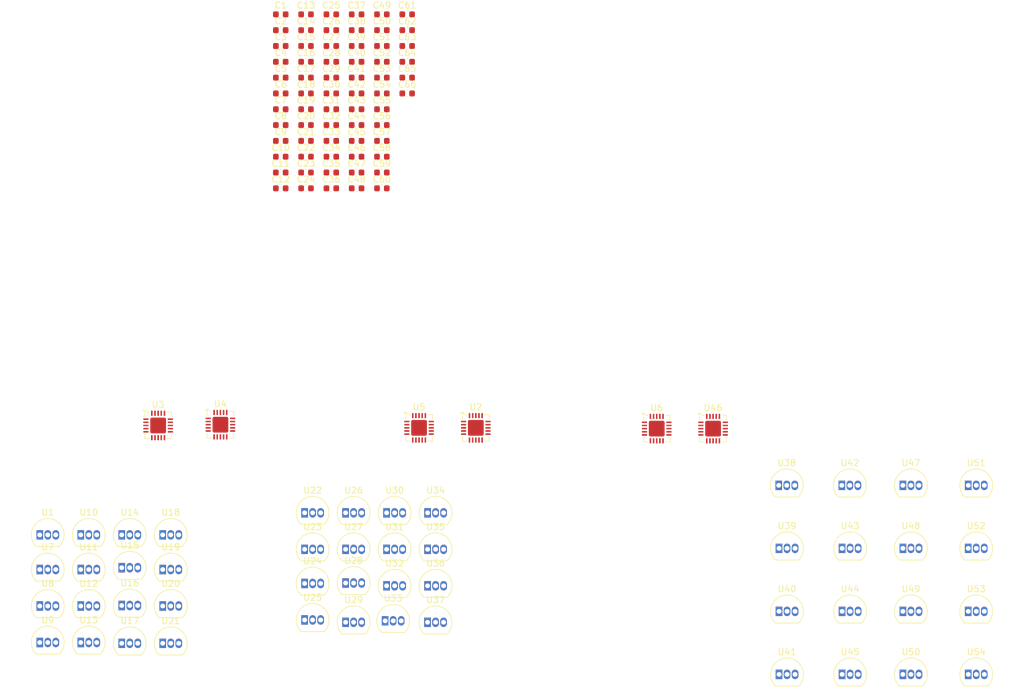
<source format=kicad_pcb>
(kicad_pcb (version 20241229) (generator "pcbnew") (generator_version "9.0")
  (layers (0 "F.Cu" signal) (2 "B.Cu" signal) (13 "F.Paste" user) (15 "B.Paste" user) (5 "F.SilkS" user "F.Silkscreen") (7 "B.SilkS" user "B.Silkscreen") (1 "F.Mask" user) (3 "B.Mask" user) (25 "Edge.Cuts" user))
  (net 0 "")
  (net 1 "+5V")
  (net 2 "GND")
  (net 3 "+3V3")
  (net 4 "ADC 1")
  (net 5 "SCK")
  (net 6 "ADC 25")
  (net 7 "ADC 32")
  (net 8 "MISO")
  (net 10 "CS_4")
  (net 11 "ADC 30")
  (net 12 "ADC 29")
  (net 13 "ADC 26")
  (net 14 "ADC 28")
  (net 15 "ADC 31")
  (net 16 "ADC 27")
  (net 17 "MOSI")
  (net 18 "CS_1")
  (net 20 "ADC 5")
  (net 21 "ADC 8")
  (net 22 "ADC 7")
  (net 23 "ADC 6")
  (net 24 "ADC 2")
  (net 25 "ADC 3")
  (net 26 "ADC 4")
  (net 28 "CS_2")
  (net 29 "ADC 12")
  (net 30 "ADC 16")
  (net 31 "ADC 9")
  (net 32 "ADC 11")
  (net 33 "ADC 14")
  (net 34 "ADC 13")
  (net 35 "ADC 10")
  (net 36 "ADC 15")
  (net 38 "ADC 21")
  (net 39 "ADC 17")
  (net 40 "ADC 24")
  (net 41 "ADC 19")
  (net 42 "CS_3")
  (net 43 "ADC 18")
  (net 44 "ADC 23")
  (net 45 "ADC 22")
  (net 46 "ADC 20")
  (net 47 "ADC 34")
  (net 48 "CS_5")
  (net 49 "ADC 37")
  (net 50 "ADC 38")
  (net 51 "ADC 33")
  (net 52 "ADC 35")
  (net 54 "ADC 40")
  (net 55 "ADC 39")
  (net 56 "ADC 36")
  (net 57 "ADC 43")
  (net 58 "SDO")
  (net 59 "ADC 48")
  (net 60 "ADC 42")
  (net 61 "ADC 46")
  (net 62 "ADC 44")
  (net 63 "ADC 47")
  (net 65 "CS_6")
  (net 66 "ADC 45")
  (net 67 "ADC 41")
  (footprint "Package_CSP:LFCSP-20-1EP_4x4mm_P0.5mm_EP2.5x2.5mm" (layer "F.Cu") (at 44 85.5)
    (property "Reference" "U3" (at 0 -3.3 0) (layer "F.SilkS"))
    (property "Value" "AD7689xCP")
    (pad "1" smd roundrect (at -1.9375 -1) (size 0.825 0.25) (layers "F.Cu" "F.Mask" "F.Paste") (net 1 "+5V"))
    (pad "2" smd roundrect (at -1.9375 -0.5) (size 0.825 0.25) (layers "F.Cu" "F.Mask" "F.Paste") (net 1 "+5V"))
    (pad "3" smd roundrect (at -1.9375 0) (size 0.825 0.25) (layers "F.Cu" "F.Mask" "F.Paste"))
    (pad "4" smd roundrect (at -1.9375 0.5) (size 0.825 0.25) (layers "F.Cu" "F.Mask" "F.Paste") (net 2 "GND"))
    (pad "5" smd roundrect (at -1.9375 1) (size 0.825 0.25) (layers "F.Cu" "F.Mask" "F.Paste") (net 2 "GND"))
    (pad "6" smd roundrect (at -1 1.9375) (size 0.25 0.825) (layers "F.Cu" "F.Mask" "F.Paste") (net 20 "ADC 5"))
    (pad "7" smd roundrect (at -0.5 1.9375) (size 0.25 0.825) (layers "F.Cu" "F.Mask" "F.Paste") (net 23 "ADC 6"))
    (pad "8" smd roundrect (at 0 1.9375) (size 0.25 0.825) (layers "F.Cu" "F.Mask" "F.Paste") (net 22 "ADC 7"))
    (pad "9" smd roundrect (at 0.5 1.9375) (size 0.25 0.825) (layers "F.Cu" "F.Mask" "F.Paste") (net 21 "ADC 8"))
    (pad "10" smd roundrect (at 1 1.9375) (size 0.25 0.825) (layers "F.Cu" "F.Mask" "F.Paste") (net 2 "GND"))
    (pad "11" smd roundrect (at 1.9375 1) (size 0.825 0.25) (layers "F.Cu" "F.Mask" "F.Paste") (net 18 "CS_1"))
    (pad "12" smd roundrect (at 1.9375 0.5) (size 0.825 0.25) (layers "F.Cu" "F.Mask" "F.Paste") (net 17 "MOSI"))
    (pad "13" smd roundrect (at 1.9375 0) (size 0.825 0.25) (layers "F.Cu" "F.Mask" "F.Paste") (net 5 "SCK"))
    (pad "14" smd roundrect (at 1.9375 -0.5) (size 0.825 0.25) (layers "F.Cu" "F.Mask" "F.Paste") (net 8 "MISO"))
    (pad "15" smd roundrect (at 1.9375 -1) (size 0.825 0.25) (layers "F.Cu" "F.Mask" "F.Paste") (net 3 "+3V3"))
    (pad "16" smd roundrect (at 1 -1.9375) (size 0.25 0.825) (layers "F.Cu" "F.Mask" "F.Paste") (net 4 "ADC 1"))
    (pad "17" smd roundrect (at 0.5 -1.9375) (size 0.25 0.825) (layers "F.Cu" "F.Mask" "F.Paste") (net 24 "ADC 2"))
    (pad "18" smd roundrect (at 0 -1.9375) (size 0.25 0.825) (layers "F.Cu" "F.Mask" "F.Paste") (net 25 "ADC 3"))
    (pad "19" smd roundrect (at -0.5 -1.9375) (size 0.25 0.825) (layers "F.Cu" "F.Mask" "F.Paste") (net 26 "ADC 4"))
    (pad "20" smd roundrect (at -1 -1.9375) (size 0.25 0.825) (layers "F.Cu" "F.Mask" "F.Paste") (net 1 "+5V"))
    (pad "21" smd roundrect (at 0 0) (size 2.5 2.5) (layers "F.Cu" "F.Mask") (roundrect_rratio 0.1) (net 2 "GND"))
  )
  (footprint "Capacitor_SMD:C_0603_1608Metric" (layer "F.Cu") (at 83.4925 27.79)
    (property "Reference" "C64" (at 0 -1.43 0) (layer "F.SilkS"))
    (property "Value" "10uF")
    (pad "1" smd roundrect (at -0.775 0) (size 0.9 0.95) (layers "F.Cu" "F.Mask" "F.Paste") (net 2 "GND"))
    (pad "2" smd roundrect (at 0.775 0) (size 0.9 0.95) (layers "F.Cu" "F.Mask" "F.Paste") (net 1 "+5V"))
  )
  (footprint "Capacitor_SMD:C_0603_1608Metric" (layer "F.Cu") (at 79.4825 45.36)
    (property "Reference" "C59" (at 0 -1.43 0) (layer "F.SilkS"))
    (property "Value" "C")
    (pad "1" smd roundrect (at -0.775 0) (size 0.9 0.95) (layers "F.Cu" "F.Mask" "F.Paste") (net 2 "GND"))
    (pad "2" smd roundrect (at 0.775 0) (size 0.9 0.95) (layers "F.Cu" "F.Mask" "F.Paste") (net 1 "+5V"))
  )
  (footprint "Capacitor_SMD:C_0603_1608Metric" (layer "F.Cu") (at 63.4425 45.36)
    (property "Reference" "C11" (at 0 -1.43 0) (layer "F.SilkS"))
    (property "Value" "C")
    (pad "1" smd roundrect (at -0.775 0) (size 0.9 0.95) (layers "F.Cu" "F.Mask" "F.Paste") (net 1 "+5V"))
    (pad "2" smd roundrect (at 0.775 0) (size 0.9 0.95) (layers "F.Cu" "F.Mask" "F.Paste") (net 2 "GND"))
  )
  (footprint "Capacitor_SMD:C_0603_1608Metric" (layer "F.Cu") (at 75.4725 27.79)
    (property "Reference" "C40" (at 0 -1.43 0) (layer "F.SilkS"))
    (property "Value" "C")
    (pad "1" smd roundrect (at -0.775 0) (size 0.9 0.95) (layers "F.Cu" "F.Mask" "F.Paste") (net 1 "+5V"))
    (pad "2" smd roundrect (at 0.775 0) (size 0.9 0.95) (layers "F.Cu" "F.Mask" "F.Paste") (net 2 "GND"))
  )
  (footprint "Package_TO_SOT_THT:TO-92_Inline" (layer "F.Cu") (at 31.73 102.86)
    (property "Reference" "U10" (at 1.27 -3.56 0) (layer "F.SilkS"))
    (property "Value" "DRV5055A1xLPGxQ1")
    (pad "1" thru_hole rect (at 0 0) (size 1.05 1.5) (drill 0.75) (layers "*.Cu" "*.Mask") (net 1 "+5V"))
    (pad "2" thru_hole oval (at 1.27 0) (size 1.05 1.5) (drill 0.75) (layers "*.Cu" "*.Mask") (net 2 "GND"))
    (pad "3" thru_hole oval (at 2.54 0) (size 1.05 1.5) (drill 0.75) (layers "*.Cu" "*.Mask") (net 20 "ADC 5"))
  )
  (footprint "Capacitor_SMD:C_0603_1608Metric" (layer "F.Cu") (at 79.4825 42.85)
    (property "Reference" "C58" (at 0 -1.43 0) (layer "F.SilkS"))
    (property "Value" "C")
    (pad "1" smd roundrect (at -0.775 0) (size 0.9 0.95) (layers "F.Cu" "F.Mask" "F.Paste") (net 3 "+3V3"))
    (pad "2" smd roundrect (at 0.775 0) (size 0.9 0.95) (layers "F.Cu" "F.Mask" "F.Paste") (net 2 "GND"))
  )
  (footprint "Package_TO_SOT_THT:TO-92_Inline" (layer "F.Cu") (at 80.23 99.36)
    (property "Reference" "U30" (at 1.27 -3.56 0) (layer "F.SilkS"))
    (property "Value" "DRV5055A1xLPGxQ1")
    (pad "1" thru_hole rect (at 0 0) (size 1.05 1.5) (drill 0.75) (layers "*.Cu" "*.Mask") (net 1 "+5V"))
    (pad "2" thru_hole oval (at 1.27 0) (size 1.05 1.5) (drill 0.75) (layers "*.Cu" "*.Mask") (net 2 "GND"))
    (pad "3" thru_hole oval (at 2.54 0) (size 1.05 1.5) (drill 0.75) (layers "*.Cu" "*.Mask") (net 6 "ADC 25"))
  )
  (footprint "Package_TO_SOT_THT:TO-92_Inline" (layer "F.Cu") (at 142.46 125)
    (property "Reference" "U41" (at 1.27 -3.56 0) (layer "F.SilkS"))
    (property "Value" "DRV5055A1xLPGxQ1")
    (pad "1" thru_hole rect (at 0 0) (size 1.05 1.5) (drill 0.75) (layers "*.Cu" "*.Mask") (net 1 "+5V"))
    (pad "2" thru_hole oval (at 1.27 0) (size 1.05 1.5) (drill 0.75) (layers "*.Cu" "*.Mask") (net 2 "GND"))
    (pad "3" thru_hole oval (at 2.54 0) (size 1.05 1.5) (drill 0.75) (layers "*.Cu" "*.Mask") (net 56 "ADC 36"))
  )
  (footprint "Capacitor_SMD:C_0603_1608Metric" (layer "F.Cu") (at 71.4625 47.87)
    (property "Reference" "C36" (at 0 -1.43 0) (layer "F.SilkS"))
    (property "Value" "C")
    (pad "1" smd roundrect (at -0.775 0) (size 0.9 0.95) (layers "F.Cu" "F.Mask" "F.Paste") (net 1 "+5V"))
    (pad "2" smd roundrect (at 0.775 0) (size 0.9 0.95) (layers "F.Cu" "F.Mask" "F.Paste") (net 2 "GND"))
  )
  (footprint "Capacitor_SMD:C_0603_1608Metric" (layer "F.Cu") (at 83.4925 22.77)
    (property "Reference" "C62" (at 0 -1.43 0) (layer "F.SilkS"))
    (property "Value" "10uF")
    (pad "1" smd roundrect (at -0.775 0) (size 0.9 0.95) (layers "F.Cu" "F.Mask" "F.Paste") (net 2 "GND"))
    (pad "2" smd roundrect (at 0.775 0) (size 0.9 0.95) (layers "F.Cu" "F.Mask" "F.Paste") (net 1 "+5V"))
  )
  (footprint "Package_TO_SOT_THT:TO-92_Inline" (layer "F.Cu") (at 73.73 99.36)
    (property "Reference" "U26" (at 1.27 -3.56 0) (layer "F.SilkS"))
    (property "Value" "DRV5055A1xLPGxQ1")
    (pad "1" thru_hole rect (at 0 0) (size 1.05 1.5) (drill 0.75) (layers "*.Cu" "*.Mask") (net 1 "+5V"))
    (pad "2" thru_hole oval (at 1.27 0) (size 1.05 1.5) (drill 0.75) (layers "*.Cu" "*.Mask") (net 2 "GND"))
    (pad "3" thru_hole oval (at 2.54 0) (size 1.05 1.5) (drill 0.75) (layers "*.Cu" "*.Mask") (net 38 "ADC 21"))
  )
  (footprint "Package_TO_SOT_THT:TO-92_Inline" (layer "F.Cu") (at 44.73 114.15)
    (property "Reference" "U20" (at 1.27 -3.56 0) (layer "F.SilkS"))
    (property "Value" "DRV5055A1xLPGxQ1")
    (pad "1" thru_hole rect (at 0 0) (size 1.05 1.5) (drill 0.75) (layers "*.Cu" "*.Mask") (net 1 "+5V"))
    (pad "2" thru_hole oval (at 1.27 0) (size 1.05 1.5) (drill 0.75) (layers "*.Cu" "*.Mask") (net 2 "GND"))
    (pad "3" thru_hole oval (at 2.54 0) (size 1.05 1.5) (drill 0.75) (layers "*.Cu" "*.Mask") (net 36 "ADC 15"))
  )
  (footprint "Package_TO_SOT_THT:TO-92_Inline" (layer "F.Cu") (at 152.416279 95)
    (property "Reference" "U42" (at 1.27 -3.56 0) (layer "F.SilkS"))
    (property "Value" "DRV5055A1xLPGxQ1")
    (pad "1" thru_hole rect (at 0 0) (size 1.05 1.5) (drill 0.75) (layers "*.Cu" "*.Mask") (net 1 "+5V"))
    (pad "2" thru_hole oval (at 1.27 0) (size 1.05 1.5) (drill 0.75) (layers "*.Cu" "*.Mask") (net 2 "GND"))
    (pad "3" thru_hole oval (at 2.54 0) (size 1.05 1.5) (drill 0.75) (layers "*.Cu" "*.Mask") (net 49 "ADC 37"))
  )
  (footprint "Package_TO_SOT_THT:TO-92_Inline" (layer "F.Cu") (at 25.23 102.86)
    (property "Reference" "U1" (at 1.27 -3.56 0) (layer "F.SilkS"))
    (property "Value" "DRV5055A1xLPGxQ1")
    (pad "1" thru_hole rect (at 0 0) (size 1.05 1.5) (drill 0.75) (layers "*.Cu" "*.Mask") (net 1 "+5V"))
    (pad "2" thru_hole oval (at 1.27 0) (size 1.05 1.5) (drill 0.75) (layers "*.Cu" "*.Mask") (net 2 "GND"))
    (pad "3" thru_hole oval (at 2.54 0) (size 1.05 1.5) (drill 0.75) (layers "*.Cu" "*.Mask") (net 4 "ADC 1"))
  )
  (footprint "Package_TO_SOT_THT:TO-92_Inline" (layer "F.Cu") (at 86.73 99.36)
    (property "Reference" "U34" (at 1.27 -3.56 0) (layer "F.SilkS"))
    (property "Value" "DRV5055A1xLPGxQ1")
    (pad "1" thru_hole rect (at 0 0) (size 1.05 1.5) (drill 0.75) (layers "*.Cu" "*.Mask") (net 1 "+5V"))
    (pad "2" thru_hole oval (at 1.27 0) (size 1.05 1.5) (drill 0.75) (layers "*.Cu" "*.Mask") (net 2 "GND"))
    (pad "3" thru_hole oval (at 2.54 0) (size 1.05 1.5) (drill 0.75) (layers "*.Cu" "*.Mask") (net 12 "ADC 29"))
  )
  (footprint "Package_TO_SOT_THT:TO-92_Inline" (layer "F.Cu") (at 172.46 95)
    (property "Reference" "U51" (at 1.27 -3.56 0) (layer "F.SilkS"))
    (property "Value" "DRV5055A1xLPGxQ1")
    (pad "1" thru_hole rect (at 0 0) (size 1.05 1.5) (drill 0.75) (layers "*.Cu" "*.Mask") (net 1 "+5V"))
    (pad "2" thru_hole oval (at 1.27 0) (size 1.05 1.5) (drill 0.75) (layers "*.Cu" "*.Mask") (net 2 "GND"))
    (pad "3" thru_hole oval (at 2.54 0) (size 1.05 1.5) (drill 0.75) (layers "*.Cu" "*.Mask") (net 52 "ADC 35"))
  )
  (footprint "Package_CSP:LFCSP-20-1EP_4x4mm_P0.5mm_EP2.5x2.5mm" (layer "F.Cu") (at 132 86)
    (property "Reference" "U46" (at 0 -3.3 0) (layer "F.SilkS"))
    (property "Value" "AD7689xCP")
    (pad "1" smd roundrect (at -1.9375 -1) (size 0.825 0.25) (layers "F.Cu" "F.Mask" "F.Paste") (net 1 "+5V"))
    (pad "2" smd roundrect (at -1.9375 -0.5) (size 0.825 0.25) (layers "F.Cu" "F.Mask" "F.Paste") (net 1 "+5V"))
    (pad "3" smd roundrect (at -1.9375 0) (size 0.825 0.25) (layers "F.Cu" "F.Mask" "F.Paste"))
    (pad "4" smd roundrect (at -1.9375 0.5) (size 0.825 0.25) (layers "F.Cu" "F.Mask" "F.Paste") (net 2 "GND"))
    (pad "5" smd roundrect (at -1.9375 1) (size 0.825 0.25) (layers "F.Cu" "F.Mask" "F.Paste") (net 2 "GND"))
    (pad "6" smd roundrect (at -1 1.9375) (size 0.25 0.825) (layers "F.Cu" "F.Mask" "F.Paste") (net 66 "ADC 45"))
    (pad "7" smd roundrect (at -0.5 1.9375) (size 0.25 0.825) (layers "F.Cu" "F.Mask" "F.Paste") (net 61 "ADC 46"))
    (pad "8" smd roundrect (at 0 1.9375) (size 0.25 0.825) (layers "F.Cu" "F.Mask" "F.Paste") (net 63 "ADC 47"))
    (pad "9" smd roundrect (at 0.5 1.9375) (size 0.25 0.825) (layers "F.Cu" "F.Mask" "F.Paste") (net 59 "ADC 48"))
    (pad "10" smd roundrect (at 1 1.9375) (size 0.25 0.825) (layers "F.Cu" "F.Mask" "F.Paste") (net 2 "GND"))
    (pad "11" smd roundrect (at 1.9375 1) (size 0.825 0.25) (layers "F.Cu" "F.Mask" "F.Paste") (net 65 "CS_6"))
    (pad "12" smd roundrect (at 1.9375 0.5) (size 0.825 0.25) (layers "F.Cu" "F.Mask" "F.Paste") (net 17 "MOSI"))
    (pad "13" smd roundrect (at 1.9375 0) (size 0.825 0.25) (layers "F.Cu" "F.Mask" "F.Paste") (net 5 "SCK"))
    (pad "14" smd roundrect (at 1.9375 -0.5) (size 0.825 0.25) (layers "F.Cu" "F.Mask" "F.Paste") (net 58 "SDO"))
    (pad "15" smd roundrect (at 1.9375 -1) (size 0.825 0.25) (layers "F.Cu" "F.Mask" "F.Paste") (net 3 "+3V3"))
    (pad "16" smd roundrect (at 1 -1.9375) (size 0.25 0.825) (layers "F.Cu" "F.Mask" "F.Paste") (net 67 "ADC 41"))
    (pad "17" smd roundrect (at 0.5 -1.9375) (size 0.25 0.825) (layers "F.Cu" "F.Mask" "F.Paste") (net 60 "ADC 42"))
    (pad "18" smd roundrect (at 0 -1.9375) (size 0.25 0.825) (layers "F.Cu" "F.Mask" "F.Paste") (net 57 "ADC 43"))
    (pad "19" smd roundrect (at -0.5 -1.9375) (size 0.25 0.825) (layers "F.Cu" "F.Mask" "F.Paste") (net 62 "ADC 44"))
    (pad "20" smd roundrect (at -1 -1.9375) (size 0.25 0.825) (layers "F.Cu" "F.Mask" "F.Paste") (net 1 "+5V"))
    (pad "21" smd roundrect (at 0 0) (size 2.5 2.5) (layers "F.Cu" "F.Mask") (roundrect_rratio 0.1) (net 2 "GND"))
  )
  (footprint "Capacitor_SMD:C_0603_1608Metric" (layer "F.Cu") (at 63.4425 35.32)
    (property "Reference" "C7" (at 0 -1.43 0) (layer "F.SilkS"))
    (property "Value" "C")
    (pad "1" smd roundrect (at -0.775 0) (size 0.9 0.95) (layers "F.Cu" "F.Mask" "F.Paste") (net 1 "+5V"))
    (pad "2" smd roundrect (at 0.775 0) (size 0.9 0.95) (layers "F.Cu" "F.Mask" "F.Paste") (net 2 "GND"))
  )
  (footprint "Capacitor_SMD:C_0603_1608Metric" (layer "F.Cu") (at 67.4525 30.3)
    (property "Reference" "C17" (at 0 -1.43 0) (layer "F.SilkS"))
    (property "Value" "C")
    (pad "1" smd roundrect (at -0.775 0) (size 0.9 0.95) (layers "F.Cu" "F.Mask" "F.Paste") (net 1 "+5V"))
    (pad "2" smd roundrect (at 0.775 0) (size 0.9 0.95) (layers "F.Cu" "F.Mask" "F.Paste") (net 2 "GND"))
  )
  (footprint "Package_TO_SOT_THT:TO-92_Inline" (layer "F.Cu") (at 142.415005 95)
    (property "Reference" "U38" (at 1.27 -3.56 0) (layer "F.SilkS"))
    (property "Value" "DRV5055A1xLPGxQ1")
    (pad "1" thru_hole rect (at 0 0) (size 1.05 1.5) (drill 0.75) (layers "*.Cu" "*.Mask") (net 1 "+5V"))
    (pad "2" thru_hole oval (at 1.27 0) (size 1.05 1.5) (drill 0.75) (layers "*.Cu" "*.Mask") (net 2 "GND"))
    (pad "3" thru_hole oval (at 2.54 0) (size 1.05 1.5) (drill 0.75) (layers "*.Cu" "*.Mask") (net 51 "ADC 33"))
  )
  (footprint "Package_TO_SOT_THT:TO-92_Inline" (layer "F.Cu") (at 152.46 105)
    (property "Reference" "U43" (at 1.27 -3.56 0) (layer "F.SilkS"))
    (property "Value" "DRV5055A1xLPGxQ1")
    (pad "1" thru_hole rect (at 0 0) (size 1.05 1.5) (drill 0.75) (layers "*.Cu" "*.Mask") (net 1 "+5V"))
    (pad "2" thru_hole oval (at 1.27 0) (size 1.05 1.5) (drill 0.75) (layers "*.Cu" "*.Mask") (net 2 "GND"))
    (pad "3" thru_hole oval (at 2.54 0) (size 1.05 1.5) (drill 0.75) (layers "*.Cu" "*.Mask") (net 50 "ADC 38"))
  )
  (footprint "Capacitor_SMD:C_0603_1608Metric" (layer "F.Cu") (at 63.4425 27.79)
    (property "Reference" "C4" (at 0 -1.43 0) (layer "F.SilkS"))
    (property "Value" "C")
    (pad "1" smd roundrect (at -0.775 0) (size 0.9 0.95) (layers "F.Cu" "F.Mask" "F.Paste") (net 1 "+5V"))
    (pad "2" smd roundrect (at 0.775 0) (size 0.9 0.95) (layers "F.Cu" "F.Mask" "F.Paste") (net 2 "GND"))
  )
  (footprint "Capacitor_SMD:C_0603_1608Metric" (layer "F.Cu") (at 79.4825 40.34)
    (property "Reference" "C57" (at 0 -1.43 0) (layer "F.SilkS"))
    (property "Value" "100nF")
    (pad "1" smd roundrect (at -0.775 0) (size 0.9 0.95) (layers "F.Cu" "F.Mask" "F.Paste") (net 3 "+3V3"))
    (pad "2" smd roundrect (at 0.775 0) (size 0.9 0.95) (layers "F.Cu" "F.Mask" "F.Paste") (net 2 "GND"))
  )
  (footprint "Capacitor_SMD:C_0603_1608Metric" (layer "F.Cu") (at 75.4725 37.83)
    (property "Reference" "C44" (at 0 -1.43 0) (layer "F.SilkS"))
    (property "Value" "C")
    (pad "1" smd roundrect (at -0.775 0) (size 0.9 0.95) (layers "F.Cu" "F.Mask" "F.Paste") (net 1 "+5V"))
    (pad "2" smd roundrect (at 0.775 0) (size 0.9 0.95) (layers "F.Cu" "F.Mask" "F.Paste") (net 2 "GND"))
  )
  (footprint "Package_TO_SOT_THT:TO-92_Inline" (layer "F.Cu") (at 162.103738 95)
    (property "Reference" "U47" (at 1.27 -3.56 0) (layer "F.SilkS"))
    (property "Value" "DRV5055A1xLPGxQ1")
    (pad "1" thru_hole rect (at 0 0) (size 1.05 1.5) (drill 0.75) (layers "*.Cu" "*.Mask") (net 1 "+5V"))
    (pad "2" thru_hole oval (at 1.27 0) (size 1.05 1.5) (drill 0.75) (layers "*.Cu" "*.Mask") (net 2 "GND"))
    (pad "3" thru_hole oval (at 2.54 0) (size 1.05 1.5) (drill 0.75) (layers "*.Cu" "*.Mask") (net 15 "ADC 31"))
  )
  (footprint "Package_TO_SOT_THT:TO-92_Inline" (layer "F.Cu") (at 142.46 105)
    (property "Reference" "U39" (at 1.27 -3.56 0) (layer "F.SilkS"))
    (property "Value" "DRV5055A1xLPGxQ1")
    (pad "1" thru_hole rect (at 0 0) (size 1.05 1.5) (drill 0.75) (layers "*.Cu" "*.Mask") (net 1 "+5V"))
    (pad "2" thru_hole oval (at 1.27 0) (size 1.05 1.5) (drill 0.75) (layers "*.Cu" "*.Mask") (net 2 "GND"))
    (pad "3" thru_hole oval (at 2.54 0) (size 1.05 1.5) (drill 0.75) (layers "*.Cu" "*.Mask") (net 47 "ADC 34"))
  )
  (footprint "Package_TO_SOT_THT:TO-92_Inline" (layer "F.Cu") (at 31.73 114.15)
    (property "Reference" "U12" (at 1.27 -3.56 0) (layer "F.SilkS"))
    (property "Value" "DRV5055A1xLPGxQ1")
    (pad "1" thru_hole rect (at 0 0) (size 1.05 1.5) (drill 0.75) (layers "*.Cu" "*.Mask") (net 1 "+5V"))
    (pad "2" thru_hole oval (at 1.27 0) (size 1.05 1.5) (drill 0.75) (layers "*.Cu" "*.Mask") (net 2 "GND"))
    (pad "3" thru_hole oval (at 2.54 0) (size 1.05 1.5) (drill 0.75) (layers "*.Cu" "*.Mask") (net 22 "ADC 7"))
  )
  (footprint "Capacitor_SMD:C_0603_1608Metric" (layer "F.Cu") (at 79.4825 22.77)
    (property "Reference" "C50" (at 0 -1.43 0) (layer "F.SilkS"))
    (property "Value" "100nF")
    (pad "1" smd roundrect (at -0.775 0) (size 0.9 0.95) (layers "F.Cu" "F.Mask" "F.Paste") (net 3 "+3V3"))
    (pad "2" smd roundrect (at 0.775 0) (size 0.9 0.95) (layers "F.Cu" "F.Mask" "F.Paste") (net 2 "GND"))
  )
  (footprint "Package_TO_SOT_THT:TO-92_Inline" (layer "F.Cu") (at 38.23 108.07)
    (property "Reference" "U15" (at 1.27 -3.56 0) (layer "F.SilkS"))
    (property "Value" "DRV5055A1xLPGxQ1")
    (pad "1" thru_hole rect (at 0 0) (size 1.05 1.5) (drill 0.75) (layers "*.Cu" "*.Mask") (net 1 "+5V"))
    (pad "2" thru_hole oval (at 1.27 0) (size 1.05 1.5) (drill 0.75) (layers "*.Cu" "*.Mask") (net 2 "GND"))
    (pad "3" thru_hole oval (at 2.54 0) (size 1.05 1.5) (drill 0.75) (layers "*.Cu" "*.Mask") (net 35 "ADC 10"))
  )
  (footprint "Capacitor_SMD:C_0603_1608Metric" (layer "F.Cu") (at 63.4425 22.77)
    (property "Reference" "C2" (at 0 -1.43 0) (layer "F.SilkS"))
    (property "Value" "C")
    (pad "1" smd roundrect (at -0.775 0) (size 0.9 0.95) (layers "F.Cu" "F.Mask" "F.Paste") (net 1 "+5V"))
    (pad "2" smd roundrect (at 0.775 0) (size 0.9 0.95) (layers "F.Cu" "F.Mask" "F.Paste") (net 2 "GND"))
  )
  (footprint "Capacitor_SMD:C_0603_1608Metric" (layer "F.Cu") (at 79.4825 35.32)
    (property "Reference" "C55" (at 0 -1.43 0) (layer "F.SilkS"))
    (property "Value" "C")
    (pad "1" smd roundrect (at -0.775 0) (size 0.9 0.95) (layers "F.Cu" "F.Mask" "F.Paste") (net 2 "GND"))
    (pad "2" smd roundrect (at 0.775 0) (size 0.9 0.95) (layers "F.Cu" "F.Mask" "F.Paste") (net 1 "+5V"))
  )
  (footprint "Capacitor_SMD:C_0603_1608Metric" (layer "F.Cu") (at 79.4825 37.83)
    (property "Reference" "C56" (at 0 -1.43 0) (layer "F.SilkS"))
    (property "Value" "100nF")
    (pad "1" smd roundrect (at -0.775 0) (size 0.9 0.95) (layers "F.Cu" "F.Mask" "F.Paste") (net 3 "+3V3"))
    (pad "2" smd roundrect (at 0.775 0) (size 0.9 0.95) (layers "F.Cu" "F.Mask" "F.Paste") (net 2 "GND"))
  )
  (footprint "Capacitor_SMD:C_0603_1608Metric" (layer "F.Cu") (at 71.4625 25.28)
    (property "Reference" "C27" (at 0 -1.43 0) (layer "F.SilkS"))
    (property "Value" "C")
    (pad "1" smd roundrect (at -0.775 0) (size 0.9 0.95) (layers "F.Cu" "F.Mask" "F.Paste") (net 1 "+5V"))
    (pad "2" smd roundrect (at 0.775 0) (size 0.9 0.95) (layers "F.Cu" "F.Mask" "F.Paste") (net 2 "GND"))
  )
  (footprint "Package_TO_SOT_THT:TO-92_Inline" (layer "F.Cu") (at 44.73 102.86)
    (property "Reference" "U18" (at 1.27 -3.56 0) (layer "F.SilkS"))
    (property "Value" "DRV5055A1xLPGxQ1")
    (pad "1" thru_hole rect (at 0 0) (size 1.05 1.5) (drill 0.75) (layers "*.Cu" "*.Mask") (net 1 "+5V"))
    (pad "2" thru_hole oval (at 1.27 0) (size 1.05 1.5) (drill 0.75) (layers "*.Cu" "*.Mask") (net 2 "GND"))
    (pad "3" thru_hole oval (at 2.54 0) (size 1.05 1.5) (drill 0.75) (layers "*.Cu" "*.Mask") (net 34 "ADC 13"))
  )
  (footprint "Capacitor_SMD:C_0603_1608Metric" (layer "F.Cu") (at 75.4725 20.26)
    (property "Reference" "C37" (at 0 -1.43 0) (layer "F.SilkS"))
    (property "Value" "C")
    (pad "1" smd roundrect (at -0.775 0) (size 0.9 0.95) (layers "F.Cu" "F.Mask" "F.Paste") (net 1 "+5V"))
    (pad "2" smd roundrect (at 0.775 0) (size 0.9 0.95) (layers "F.Cu" "F.Mask" "F.Paste") (net 2 "GND"))
  )
  (footprint "Package_TO_SOT_THT:TO-92_Inline" (layer "F.Cu") (at 172.46 115)
    (property "Reference" "U53" (at 1.27 -3.56 0) (layer "F.SilkS"))
    (property "Value" "DRV5055A1xLPGxQ1")
    (pad "1" thru_hole rect (at 0 0) (size 1.05 1.5) (drill 0.75) (layers "*.Cu" "*.Mask") (net 1 "+5V"))
    (pad "2" thru_hole oval (at 1.27 0) (size 1.05 1.5) (drill 0.75) (layers "*.Cu" "*.Mask") (net 2 "GND"))
    (pad "3" thru_hole oval (at 2.54 0) (size 1.05 1.5) (drill 0.75) (layers "*.Cu" "*.Mask") (net 49 "ADC 37"))
  )
  (footprint "Package_TO_SOT_THT:TO-92_Inline" (layer "F.Cu") (at 31.73 119.94)
    (property "Reference" "U13" (at 1.27 -3.56 0) (layer "F.SilkS"))
    (property "Value" "DRV5055A1xLPGxQ1")
    (pad "1" thru_hole rect (at 0 0) (size 1.05 1.5) (drill 0.75) (layers "*.Cu" "*.Mask") (net 1 "+5V"))
    (pad "2" thru_hole oval (at 1.27 0) (size 1.05 1.5) (drill 0.75) (layers "*.Cu" "*.Mask") (net 2 "GND"))
    (pad "3" thru_hole oval (at 2.54 0) (size 1.05 1.5) (drill 0.75) (layers "*.Cu" "*.Mask") (net 21 "ADC 8"))
  )
  (footprint "Capacitor_SMD:C_0603_1608Metric" (layer "F.Cu") (at 75.4725 47.87)
    (property "Reference" "C48" (at 0 -1.43 0) (layer "F.SilkS"))
    (property "Value" "C")
    (pad "1" smd roundrect (at -0.775 0) (size 0.9 0.95) (layers "F.Cu" "F.Mask" "F.Paste") (net 1 "+5V"))
    (pad "2" smd roundrect (at 0.775 0) (size 0.9 0.95) (layers "F.Cu" "F.Mask" "F.Paste") (net 2 "GND"))
  )
  (footprint "Capacitor_SMD:C_0603_1608Metric" (layer "F.Cu") (at 79.4825 32.81)
    (property "Reference" "C54" (at 0 -1.43 0) (layer "F.SilkS"))
    (property "Value" "100nF")
    (pad "1" smd roundrect (at -0.775 0) (size 0.9 0.95) (layers "F.Cu" "F.Mask" "F.Paste") (net 2 "GND"))
    (pad "2" smd roundrect (at 0.775 0) (size 0.9 0.95) (layers "F.Cu" "F.Mask" "F.Paste") (net 1 "+5V"))
  )
  (footprint "Package_TO_SOT_THT:TO-92_Inline" (layer "F.Cu") (at 80 116.5)
    (property "Reference" "U33" (at 1.27 -3.56 0) (layer "F.SilkS"))
    (property "Value" "DRV5055A1xLPGxQ1")
    (pad "1" thru_hole rect (at 0 0) (size 1.05 1.5) (drill 0.75) (layers "*.Cu" "*.Mask") (net 1 "+5V"))
    (pad "2" thru_hole oval (at 1.27 0) (size 1.05 1.5) (drill 0.75) (layers "*.Cu" "*.Mask") (net 2 "GND"))
    (pad "3" thru_hole oval (at 2.54 0) (size 1.05 1.5) (drill 0.75) (layers "*.Cu" "*.Mask") (net 14 "ADC 28"))
  )
  (footprint "Capacitor_SMD:C_0603_1608Metric" (layer "F.Cu") (at 83.4925 32.81)
    (property "Reference" "C66" (at 0 -1.43 0) (layer "F.SilkS"))
    (property "Value" "10uF")
    (pad "1" smd roundrect (at -0.775 0) (size 0.9 0.95) (layers "F.Cu" "F.Mask" "F.Paste") (net 2 "GND"))
    (pad "2" smd roundrect (at 0.775 0) (size 0.9 0.95) (layers "F.Cu" "F.Mask" "F.Paste") (net 1 "+5V"))
  )
  (footprint "Capacitor_SMD:C_0603_1608Metric" (layer "F.Cu") (at 67.4525 20.26)
    (property "Reference" "C13" (at 0 -1.43 0) (layer "F.SilkS"))
    (property "Value" "C")
    (pad "1" smd roundrect (at -0.775 0) (size 0.9 0.95) (layers "F.Cu" "F.Mask" "F.Paste") (net 1 "+5V"))
    (pad "2" smd roundrect (at 0.775 0) (size 0.9 0.95) (layers "F.Cu" "F.Mask" "F.Paste") (net 2 "GND"))
  )
  (footprint "Capacitor_SMD:C_0603_1608Metric" (layer "F.Cu") (at 75.4725 35.32)
    (property "Reference" "C43" (at 0 -1.43 0) (layer "F.SilkS"))
    (property "Value" "C")
    (pad "1" smd roundrect (at -0.775 0) (size 0.9 0.95) (layers "F.Cu" "F.Mask" "F.Paste") (net 1 "+5V"))
    (pad "2" smd roundrect (at 0.775 0) (size 0.9 0.95) (layers "F.Cu" "F.Mask" "F.Paste") (net 2 "GND"))
  )
  (footprint "Capacitor_SMD:C_0603_1608Metric" (layer "F.Cu") (at 75.4725 22.77)
    (property "Reference" "C38" (at 0 -1.43 0) (layer "F.SilkS"))
    (property "Value" "C")
    (pad "1" smd roundrect (at -0.775 0) (size 0.9 0.95) (layers "F.Cu" "F.Mask" "F.Paste") (net 1 "+5V"))
    (pad "2" smd roundrect (at 0.775 0) (size 0.9 0.95) (layers "F.Cu" "F.Mask" "F.Paste") (net 2 "GND"))
  )
  (footprint "Capacitor_SMD:C_0603_1608Metric" (layer "F.Cu") (at 79.4825 47.87)
    (property "Reference" "C60" (at 0 -1.43 0) (layer "F.SilkS"))
    (property "Value" "C")
    (pad "1" smd roundrect (at -0.775 0) (size 0.9 0.95) (layers "F.Cu" "F.Mask" "F.Paste") (net 3 "+3V3"))
    (pad "2" smd roundrect (at 0.775 0) (size 0.9 0.95) (layers "F.Cu" "F.Mask" "F.Paste") (net 2 "GND"))
  )
  (footprint "Package_TO_SOT_THT:TO-92_Inline" (layer "F.Cu") (at 25.23 114.15)
    (property "Reference" "U8" (at 1.27 -3.56 0) (layer "F.SilkS"))
    (property "Value" "DRV5055A1xLPGxQ1")
    (pad "1" thru_hole rect (at 0 0) (size 1.05 1.5) (drill 0.75) (layers "*.Cu" "*.Mask") (net 1 "+5V"))
    (pad "2" thru_hole oval (at 1.27 0) (size 1.05 1.5) (drill 0.75) (layers "*.Cu" "*.Mask") (net 2 "GND"))
    (pad "3" thru_hole oval (at 2.54 0) (size 1.05 1.5) (drill 0.75) (layers "*.Cu" "*.Mask") (net 25 "ADC 3"))
  )
  (footprint "Capacitor_SMD:C_0603_1608Metric" (layer "F.Cu") (at 71.4625 45.36)
    (property "Reference" "C35" (at 0 -1.43 0) (layer "F.SilkS"))
    (property "Value" "C")
    (pad "1" smd roundrect (at -0.775 0) (size 0.9 0.95) (layers "F.Cu" "F.Mask" "F.Paste") (net 1 "+5V"))
    (pad "2" smd roundrect (at 0.775 0) (size 0.9 0.95) (layers "F.Cu" "F.Mask" "F.Paste") (net 2 "GND"))
  )
  (footprint "Capacitor_SMD:C_0603_1608Metric" (layer "F.Cu") (at 63.4425 42.85)
    (property "Reference" "C10" (at 0 -1.43 0) (layer "F.SilkS"))
    (property "Value" "C")
    (pad "1" smd roundrect (at -0.775 0) (size 0.9 0.95) (layers "F.Cu" "F.Mask" "F.Paste") (net 1 "+5V"))
    (pad "2" smd roundrect (at 0.775 0) (size 0.9 0.95) (layers "F.Cu" "F.Mask" "F.Paste") (net 2 "GND"))
  )
  (footprint "Capacitor_SMD:C_0603_1608Metric" (layer "F.Cu") (at 71.4625 32.81)
    (property "Reference" "C30" (at 0 -1.43 0) (layer "F.SilkS"))
    (property "Value" "C")
    (pad "1" smd roundrect (at -0.775 0) (size 0.9 0.95) (layers "F.Cu" "F.Mask" "F.Paste") (net 1 "+5V"))
    (pad "2" smd roundrect (at 0.775 0) (size 0.9 0.95) (layers "F.Cu" "F.Mask" "F.Paste") (net 2 "GND"))
  )
  (footprint "Capacitor_SMD:C_0603_1608Metric" (layer "F.Cu") (at 71.4625 40.34)
    (property "Reference" "C33" (at 0 -1.43 0) (layer "F.SilkS"))
    (property "Value" "C")
    (pad "1" smd roundrect (at -0.775 0) (size 0.9 0.95) (layers "F.Cu" "F.Mask" "F.Paste") (net 1 "+5V"))
    (pad "2" smd roundrect (at 0.775 0) (size 0.9 0.95) (layers "F.Cu" "F.Mask" "F.Paste") (net 2 "GND"))
  )
  (footprint "Capacitor_SMD:C_0603_1608Metric" (layer "F.Cu") (at 67.4525 22.77)
    (property "Reference" "C14" (at 0 -1.43 0) (layer "F.SilkS"))
    (property "Value" "C")
    (pad "1" smd roundrect (at -0.775 0) (size 0.9 0.95) (layers "F.Cu" "F.Mask" "F.Paste") (net 1 "+5V"))
    (pad "2" smd roundrect (at 0.775 0) (size 0.9 0.95) (layers "F.Cu" "F.Mask" "F.Paste") (net 2 "GND"))
  )
  (footprint "Capacitor_SMD:C_0603_1608Metric" (layer "F.Cu") (at 63.4425 32.81)
    (property "Reference" "C6" (at 0 -1.43 0) (layer "F.SilkS"))
    (property "Value" "C")
    (pad "1" smd roundrect (at -0.775 0) (size 0.9 0.95) (layers "F.Cu" "F.Mask" "F.Paste") (net 1 "+5V"))
    (pad "2" smd roundrect (at 0.775 0) (size 0.9 0.95) (layers "F.Cu" "F.Mask" "F.Paste") (net 2 "GND"))
  )
  (footprint "Package_TO_SOT_THT:TO-92_Inline" (layer "F.Cu") (at 67.23 116.36)
    (property "Reference" "U25" (at 1.27 -3.56 0) (layer "F.SilkS"))
    (property "Value" "DRV5055A1xLPGxQ1")
    (pad "1" thru_hole rect (at 0 0) (size 1.05 1.5) (drill 0.75) (layers "*.Cu" "*.Mask") (net 1 "+5V"))
    (pad "2" thru_hole oval (at 1.27 0) (size 1.05 1.5) (drill 0.75) (layers "*.Cu" "*.Mask") (net 2 "GND"))
    (pad "3" thru_hole oval (at 2.54 0) (size 1.05 1.5) (drill 0.75) (layers "*.Cu" "*.Mask") (net 46 "ADC 20"))
  )
  (footprint "Package_TO_SOT_THT:TO-92_Inline" (layer "F.Cu") (at 152.46 125)
    (property "Reference" "U45" (at 1.27 -3.56 0) (layer "F.SilkS"))
    (property "Value" "DRV5055A1xLPGxQ1")
    (pad "1" thru_hole rect (at 0 0) (size 1.05 1.5) (drill 0.75) (layers "*.Cu" "*.Mask") (net 1 "+5V"))
    (pad "2" thru_hole oval (at 1.27 0) (size 1.05 1.5) (drill 0.75) (layers "*.Cu" "*.Mask") (net 2 "GND"))
    (pad "3" thru_hole oval (at 2.54 0) (size 1.05 1.5) (drill 0.75) (layers "*.Cu" "*.Mask") (net 54 "ADC 40"))
  )
  (footprint "Capacitor_SMD:C_0603_1608Metric" (layer "F.Cu") (at 67.4525 47.87)
    (property "Reference" "C24" (at 0 -1.43 0) (layer "F.SilkS"))
    (property "Value" "C")
    (pad "1" smd roundrect (at -0.775 0) (size 0.9 0.95) (layers "F.Cu" "F.Mask" "F.Paste") (net 1 "+5V"))
    (pad "2" smd roundrect (at 0.775 0) (size 0.9 0.95) (layers "F.Cu" "F.Mask" "F.Paste") (net 2 "GND"))
  )
  (footprint "Package_TO_SOT_THT:TO-92_Inline" (layer "F.Cu") (at 162.103738 115)
    (property "Reference" "U49" (at 1.27 -3.56 0) (layer "F.SilkS"))
    (property "Value" "DRV5055A1xLPGxQ1")
    (pad "1" thru_hole rect (at 0 0) (size 1.05 1.5) (drill 0.75) (layers "*.Cu" "*.Mask") (net 1 "+5V"))
    (pad "2" thru_hole oval (at 1.27 0) (size 1.05 1.5) (drill 0.75) (layers "*.Cu" "*.Mask") (net 2 "GND"))
    (pad "3" thru_hole oval (at 2.54 0) (size 1.05 1.5) (drill 0.75) (layers "*.Cu" "*.Mask") (net 51 "ADC 33"))
  )
  (footprint "Package_CSP:LFCSP-20-1EP_4x4mm_P0.5mm_EP2.5x2.5mm" (layer "F.Cu") (at 85.375 85.875)
    (property "Reference" "U5" (at 0 -3.3 0) (layer "F.SilkS"))
    (property "Value" "AD7689xCP")
    (pad "1" smd roundrect (at -1.9375 -1) (size 0.825 0.25) (layers "F.Cu" "F.Mask" "F.Paste") (net 1 "+5V"))
    (pad "2" smd roundrect (at -1.9375 -0.5) (size 0.825 0.25) (layers "F.Cu" "F.Mask" "F.Paste") (net 1 "+5V"))
    (pad "3" smd roundrect (at -1.9375 0) (size 0.825 0.25) (layers "F.Cu" "F.Mask" "F.Paste"))
    (pad "4" smd roundrect (at -1.9375 0.5) (size 0.825 0.25) (layers "F.Cu" "F.Mask" "F.Paste") (net 2 "GND"))
    (pad "5" smd roundrect (at -1.9375 1) (size 0.825 0.25) (layers "F.Cu" "F.Mask" "F.Paste") (net 2 "GND"))
    (pad "6" smd roundrect (at -1 1.9375) (size 0.25 0.825) (layers "F.Cu" "F.Mask" "F.Paste") (net 38 "ADC 21"))
    (pad "7" smd roundrect (at -0.5 1.9375) (size 0.25 0.825) (layers "F.Cu" "F.Mask" "F.Paste") (net 45 "ADC 22"))
    (pad "8" smd roundrect (at 0 1.9375) (size 0.25 0.825) (layers "F.Cu" "F.Mask" "F.Paste") (net 44 "ADC 23"))
    (pad "9" smd roundrect (at 0.5 1.9375) (size 0.25 0.825) (layers "F.Cu" "F.Mask" "F.Paste") (net 40 "ADC 24"))
    (pad "10" smd roundrect (at 1 1.9375) (size 0.25 0.825) (layers "F.Cu" "F.Mask" "F.Paste") (net 2 "GND"))
    (pad "11" smd roundrect (at 1.9375 1) (size 0.825 0.25) (layers "F.Cu" "F.Mask" "F.Paste") (net 42 "CS_3"))
    (pad "12" smd roundrect (at 1.9375 0.5) (size 0.825 0.25) (layers "F.Cu" "F.Mask" "F.Paste") (net 17 "MOSI"))
    (pad "13" smd roundrect (at 1.9375 0) (size 0.825 0.25) (layers "F.Cu" "F.Mask" "F.Paste") (net 5 "SCK"))
    (pad "14" smd roundrect (at 1.9375 -0.5) (size 0.825 0.25) (layers "F.Cu" "F.Mask" "F.Paste") (net 8 "MISO"))
    (pad "15" smd roundrect (at 1.9375 -1) (size 0.825 0.25) (layers "F.Cu" "F.Mask" "F.Paste") (net 3 "+3V3"))
    (pad "16" smd roundrect (at 1 -1.9375) (size 0.25 0.825) (layers "F.Cu" "F.Mask" "F.Paste") (net 39 "ADC 17"))
    (pad "17" smd roundrect (at 0.5 -1.9375) (size 0.25 0.825) (layers "F.Cu" "F.Mask" "F.Paste") (net 43 "ADC 18"))
    (pad "18" smd roundrect (at 0 -1.9375) (size 0.25 0.825) (layers "F.Cu" "F.Mask" "F.Paste") (net 41 "ADC 19"))
    (pad "19" smd roundrect (at -0.5 -1.9375) (size 0.25 0.825) (layers "F.Cu" "F.Mask" "F.Paste") (net 46 "ADC 20"))
    (pad "20" smd roundrect (at -1 -1.9375) (size 0.25 0.825) (layers "F.Cu" "F.Mask" "F.Paste") (net 1 "+5V"))
    (pad "21" smd roundrect (at 0 0) (size 2.5 2.5) (layers "F.Cu" "F.Mask") (roundrect_rratio 0.1) (net 2 "GND"))
  )
  (footprint "Capacitor_SMD:C_0603_1608Metric" (layer "F.Cu") (at 79.4825 20.26)
    (property "Reference" "C49" (at 0 -1.43 0) (layer "F.SilkS"))
    (property "Value" "100nF")
    (pad "1" smd roundrect (at -0.775 0) (size 0.9 0.95) (layers "F.Cu" "F.Mask" "F.Paste") (net 2 "GND"))
    (pad "2" smd roundrect (at 0.775 0) (size 0.9 0.95) (layers "F.Cu" "F.Mask" "F.Paste") (net 1 "+5V"))
  )
  (footprint "Package_TO_SOT_THT:TO-92_Inline" (layer "F.Cu") (at 86.73 110.94)
    (property "Reference" "U36" (at 1.27 -3.56 0) (layer "F.SilkS"))
    (property "Value" "DRV5055A1xLPGxQ1")
    (pad "1" thru_hole rect (at 0 0) (size 1.05 1.5) (drill 0.75) (layers "*.Cu" "*.Mask") (net 1 "+5V"))
    (pad "2" thru_hole oval (at 1.27 0) (size 1.05 1.5) (drill 0.75) (layers "*.Cu" "*.Mask") (net 2 "GND"))
    (pad "3" thru_hole oval (at 2.54 0) (size 1.05 1.5) (drill 0.75) (layers "*.Cu" "*.Mask") (net 15 "ADC 31"))
  )
  (footprint "Package_TO_SOT_THT:TO-92_Inline" (layer "F.Cu") (at 172.46 105)
    (property "Reference" "U52" (at 1.27 -3.56 0) (layer "F.SilkS"))
    (property "Value" "DRV5055A1xLPGxQ1")
    (pad "1" thru_hole rect (at 0 0) (size 1.05 1.5) (drill 0.75) (layers "*.Cu" "*.Mask") (net 1 "+5V"))
    (pad "2" thru_hole oval (at 1.27 0) (size 1.05 1.5) (drill 0.75) (layers "*.Cu" "*.Mask") (net 2 "GND"))
    (pad "3" thru_hole oval (at 2.54 0) (size 1.05 1.5) (drill 0.75) (layers "*.Cu" "*.Mask") (net 56 "ADC 36"))
  )
  (footprint "Package_TO_SOT_THT:TO-92_Inline" (layer "F.Cu") (at 162.103738 105)
    (property "Reference" "U48" (at 1.27 -3.56 0) (layer "F.SilkS"))
    (property "Value" "DRV5055A1xLPGxQ1")
    (pad "1" thru_hole rect (at 0 0) (size 1.05 1.5) (drill 0.75) (layers "*.Cu" "*.Mask") (net 1 "+5V"))
    (pad "2" thru_hole oval (at 1.27 0) (size 1.05 1.5) (drill 0.75) (layers "*.Cu" "*.Mask") (net 2 "GND"))
    (pad "3" thru_hole oval (at 2.54 0) (size 1.05 1.5) (drill 0.75) (layers "*.Cu" "*.Mask") (net 7 "ADC 32"))
  )
  (footprint "Capacitor_SMD:C_0603_1608Metric" (layer "F.Cu") (at 71.4625 30.3)
    (property "Reference" "C29" (at 0 -1.43 0) (layer "F.SilkS"))
    (property "Value" "C")
    (pad "1" smd roundrect (at -0.775 0) (size 0.9 0.95) (layers "F.Cu" "F.Mask" "F.Paste") (net 1 "+5V"))
    (pad "2" smd roundrect (at 0.775 0) (size 0.9 0.95) (layers "F.Cu" "F.Mask" "F.Paste") (net 2 "GND"))
  )
  (footprint "Capacitor_SMD:C_0603_1608Metric" (layer "F.Cu") (at 63.4425 25.28)
    (property "Reference" "C3" (at 0 -1.43 0) (layer "F.SilkS"))
    (property "Value" "C")
    (pad "1" smd roundrect (at -0.775 0) (size 0.9 0.95) (layers "F.Cu" "F.Mask" "F.Paste") (net 1 "+5V"))
    (pad "2" smd roundrect (at 0.775 0) (size 0.9 0.95) (layers "F.Cu" "F.Mask" "F.Paste") (net 2 "GND"))
  )
  (footprint "Package_TO_SOT_THT:TO-92_Inline" (layer "F.Cu") (at 162.103738 125)
    (property "Reference" "U50" (at 1.27 -3.56 0) (layer "F.SilkS"))
    (property "Value" "DRV5055A1xLPGxQ1")
    (pad "1" thru_hole rect (at 0 0) (size 1.05 1.5) (drill 0.75) (layers "*.Cu" "*.Mask") (net 1 "+5V"))
    (pad "2" thru_hole oval (at 1.27 0) (size 1.05 1.5) (drill 0.75) (layers "*.Cu" "*.Mask") (net 2 "GND"))
    (pad "3" thru_hole oval (at 2.54 0) (size 1.05 1.5) (drill 0.75) (layers "*.Cu" "*.Mask") (net 47 "ADC 34"))
  )
  (footprint "Package_TO_SOT_THT:TO-92_Inline" (layer "F.Cu") (at 44.73 120.07)
    (property "Reference" "U21" (at 1.27 -3.56 0) (layer "F.SilkS"))
    (property "Value" "DRV5055A1xLPGxQ1")
    (pad "1" thru_hole rect (at 0 0) (size 1.05 1.5) (drill 0.75) (layers "*.Cu" "*.Mask") (net 1 "+5V"))
    (pad "2" thru_hole oval (at 1.27 0) (size 1.05 1.5) (drill 0.75) (layers "*.Cu" "*.Mask") (net 2 "GND"))
    (pad "3" thru_hole oval (at 2.54 0) (size 1.05 1.5) (drill 0.75) (layers "*.Cu" "*.Mask") (net 30 "ADC 16"))
  )
  (footprint "Package_TO_SOT_THT:TO-92_Inline" (layer "F.Cu") (at 142.46 115)
    (property "Reference" "U40" (at 1.27 -3.56 0) (layer "F.SilkS"))
    (property "Value" "DRV5055A1xLPGxQ1")
    (pad "1" thru_hole rect (at 0 0) (size 1.05 1.5) (drill 0.75) (layers "*.Cu" "*.Mask") (net 1 "+5V"))
    (pad "2" thru_hole oval (at 1.27 0) (size 1.05 1.5) (drill 0.75) (layers "*.Cu" "*.Mask") (net 2 "GND"))
    (pad "3" thru_hole oval (at 2.54 0) (size 1.05 1.5) (drill 0.75) (layers "*.Cu" "*.Mask") (net 52 "ADC 35"))
  )
  (footprint "Package_TO_SOT_THT:TO-92_Inline" (layer "F.Cu") (at 73.73 105.15)
    (property "Reference" "U27" (at 1.27 -3.56 0) (layer "F.SilkS"))
    (property "Value" "DRV5055A1xLPGxQ1")
    (pad "1" thru_hole rect (at 0 0) (size 1.05 1.5) (drill 0.75) (layers "*.Cu" "*.Mask") (net 1 "+5V"))
    (pad "2" thru_hole oval (at 1.27 0) (size 1.05 1.5) (drill 0.75) (layers "*.Cu" "*.Mask") (net 2 "GND"))
    (pad "3" thru_hole oval (at 2.54 0) (size 1.05 1.5) (drill 0.75) (layers "*.Cu" "*.Mask") (net 45 "ADC 22"))
  )
  (footprint "Capacitor_SMD:C_0603_1608Metric" (layer "F.Cu") (at 71.4625 20.26)
    (property "Reference" "C25" (at 0 -1.43 0) (layer "F.SilkS"))
    (property "Value" "C")
    (pad "1" smd roundrect (at -0.775 0) (size 0.9 0.95) (layers "F.Cu" "F.Mask" "F.Paste") (net 1 "+5V"))
    (pad "2" smd roundrect (at 0.775 0) (size 0.9 0.95) (layers "F.Cu" "F.Mask" "F.Paste") (net 2 "GND"))
  )
  (footprint "Package_TO_SOT_THT:TO-92_Inline" (layer "F.Cu") (at 86.72 116.73)
    (property "Reference" "U37" (at 1.27 -3.56 0) (layer "F.SilkS"))
    (property "Value" "DRV5055A1xLPGxQ1")
    (pad "1" thru_hole rect (at 0 0) (size 1.05 1.5) (drill 0.75) (layers "*.Cu" "*.Mask") (net 1 "+5V"))
    (pad "2" thru_hole oval (at 1.27 0) (size 1.05 1.5) (drill 0.75) (layers "*.Cu" "*.Mask") (net 2 "GND"))
    (pad "3" thru_hole oval (at 2.54 0) (size 1.05 1.5) (drill 0.75) (layers "*.Cu" "*.Mask") (net 7 "ADC 32"))
  )
  (footprint "Package_TO_SOT_THT:TO-92_Inline" (layer "F.Cu") (at 67.23 110.57)
    (property "Reference" "U24" (at 1.27 -3.56 0) (layer "F.SilkS"))
    (property "Value" "DRV5055A1xLPGxQ1")
    (pad "1" thru_hole rect (at 0 0) (size 1.05 1.5) (drill 0.75) (layers "*.Cu" "*.Mask") (net 1 "+5V"))
    (pad "2" thru_hole oval (at 1.27 0) (size 1.05 1.5) (drill 0.75) (layers "*.Cu" "*.Mask") (net 2 "GND"))
    (pad "3" thru_hole oval (at 2.54 0) (size 1.05 1.5) (drill 0.75) (layers "*.Cu" "*.Mask") (net 41 "ADC 19"))
  )
  (footprint "Package_TO_SOT_THT:TO-92_Inline" (layer "F.Cu") (at 73.73 116.73)
    (property "Reference" "U29" (at 1.27 -3.56 0) (layer "F.SilkS"))
    (property "Value" "DRV5055A1xLPGxQ1")
    (pad "1" thru_hole rect (at 0 0) (size 1.05 1.5) (drill 0.75) (layers "*.Cu" "*.Mask") (net 1 "+5V"))
    (pad "2" thru_hole oval (at 1.27 0) (size 1.05 1.5) (drill 0.75) (layers "*.Cu" "*.Mask") (net 2 "GND"))
    (pad "3" thru_hole oval (at 2.54 0) (size 1.05 1.5) (drill 0.75) (layers "*.Cu" "*.Mask") (net 40 "ADC 24"))
  )
  (footprint "Capacitor_SMD:C_0603_1608Metric" (layer "F.Cu") (at 67.4525 35.32)
    (property "Reference" "C19" (at 0 -1.43 0) (layer "F.SilkS"))
    (property "Value" "C")
    (pad "1" smd roundrect (at -0.775 0) (size 0.9 0.95) (layers "F.Cu" "F.Mask" "F.Paste") (net 1 "+5V"))
    (pad "2" smd roundrect (at 0.775 0) (size 0.9 0.95) (layers "F.Cu" "F.Mask" "F.Paste") (net 2 "GND"))
  )
  (footprint "Capacitor_SMD:C_0603_1608Metric" (layer "F.Cu") (at 79.4825 27.79)
    (property "Reference" "C52" (at 0 -1.43 0) (layer "F.SilkS"))
    (property "Value" "100nF")
    (pad "1" smd roundrect (at -0.775 0) (size 0.9 0.95) (layers "F.Cu" "F.Mask" "F.Paste") (net 2 "GND"))
    (pad "2" smd roundrect (at 0.775 0) (size 0.9 0.95) (layers "F.Cu" "F.Mask" "F.Paste") (net 1 "+5V"))
  )
  (footprint "Capacitor_SMD:C_0603_1608Metric" (layer "F.Cu") (at 75.4725 32.81)
    (property "Reference" "C42" (at 0 -1.43 0) (layer "F.SilkS"))
    (property "Value" "C")
    (pad "1" smd roundrect (at -0.775 0) (size 0.9 0.95) (layers "F.Cu" "F.Mask" "F.Paste") (net 1 "+5V"))
    (pad "2" smd roundrect (at 0.775 0) (size 0.9 0.95) (layers "F.Cu" "F.Mask" "F.Paste") (net 2 "GND"))
  )
  (footprint "Capacitor_SMD:C_0603_1608Metric" (layer "F.Cu") (at 83.4925 20.26)
    (property "Reference" "C61" (at 0 -1.43 0) (layer "F.SilkS"))
    (property "Value" "10uF")
    (pad "1" smd roundrect (at -0.775 0) (size 0.9 0.95) (layers "F.Cu" "F.Mask" "F.Paste") (net 2 "GND"))
    (pad "2" smd roundrect (at 0.775 0) (size 0.9 0.95) (layers "F.Cu" "F.Mask" "F.Paste") (net 1 "+5V"))
  )
  (footprint "Capacitor_SMD:C_0603_1608Metric" (layer "F.Cu") (at 75.4725 40.34)
    (property "Reference" "C45" (at 0 -1.43 0) (layer "F.SilkS"))
    (property "Value" "C")
    (pad "1" smd roundrect (at -0.775 0) (size 0.9 0.95) (layers "F.Cu" "F.Mask" "F.Paste") (net 1 "+5V"))
    (pad "2" smd roundrect (at 0.775 0) (size 0.9 0.95) (layers "F.Cu" "F.Mask" "F.Paste") (net 2 "GND"))
  )
  (footprint "Package_TO_SOT_THT:TO-92_Inline" (layer "F.Cu") (at 38.23 120.07)
    (property "Reference" "U17" (at 1.27 -3.56 0) (layer "F.SilkS"))
    (property "Value" "DRV5055A1xLPGxQ1")
    (pad "1" thru_hole rect (at 0 0) (size 1.05 1.5) (drill 0.75) (layers "*.Cu" "*.Mask") (net 1 "+5V"))
    (pad "2" thru_hole oval (at 1.27 0) (size 1.05 1.5) (drill 0.75) (layers "*.Cu" "*.Mask") (net 2 "GND"))
    (pad "3" thru_hole oval (at 2.54 0) (size 1.05 1.5) (drill 0.75) (layers "*.Cu" "*.Mask") (net 29 "ADC 12"))
  )
  (footprint "Package_CSP:LFCSP-20-1EP_4x4mm_P0.5mm_EP2.5x2.5mm" (layer "F.Cu") (at 53.875 85.375)
    (property "Reference" "U4" (at 0 -3.3 0) (layer "F.SilkS"))
    (property "Value" "AD7689xCP")
    (pad "1" smd roundrect (at -1.9375 -1) (size 0.825 0.25) (layers "F.Cu" "F.Mask" "F.Paste") (net 1 "+5V"))
    (pad "2" smd roundrect (at -1.9375 -0.5) (size 0.825 0.25) (layers "F.Cu" "F.Mask" "F.Paste") (net 1 "+5V"))
    (pad "3" smd roundrect (at -1.9375 0) (size 0.825 0.25) (layers "F.Cu" "F.Mask" "F.Paste"))
    (pad "4" smd roundrect (at -1.9375 0.5) (size 0.825 0.25) (layers "F.Cu" "F.Mask" "F.Paste") (net 2 "GND"))
    (pad "5" smd roundrect (at -1.9375 1) (size 0.825 0.25) (layers "F.Cu" "F.Mask" "F.Paste") (net 2 "GND"))
    (pad "6" smd roundrect (at -1 1.9375) (size 0.25 0.825) (layers "F.Cu" "F.Mask" "F.Paste") (net 34 "ADC 13"))
    (pad "7" smd roundrect (at -0.5 1.9375) (size 0.25 0.825) (layers "F.Cu" "F.Mask" "F.Paste") (net 33 "ADC 14"))
    (pad "8" smd roundrect (at 0 1.9375) (size 0.25 0.825) (layers "F.Cu" "F.Mask" "F.Paste") (net 36 "ADC 15"))
    (pad "9" smd roundrect (at 0.5 1.9375) (size 0.25 0.825) (layers "F.Cu" "F.Mask" "F.Paste") (net 30 "ADC 16"))
    (pad "10" smd roundrect (at 1 1.9375) (size 0.25 0.825) (layers "F.Cu" "F.Mask" "F.Paste") (net 2 "GND"))
    (pad "11" smd roundrect (at 1.9375 1) (size 0.825 0.25) (layers "F.Cu" "F.Mask" "F.Paste") (net 28 "CS_2"))
    (pad "12" smd roundrect (at 1.9375 0.5) (size 0.825 0.25) (layers "F.Cu" "F.Mask" "F.Paste") (net 17 "MOSI"))
    (pad "13" smd roundrect (at 1.9375 0) (size 0.825 0.25) (layers "F.Cu" "F.Mask" "F.Paste") (net 5 "SCK"))
    (pad "14" smd roundrect (at 1.9375 -0.5) (size 0.825 0.25) (layers "F.Cu" "F.Mask" "F.Paste") (net 8 "MISO"))
    (pad "15" smd roundrect (at 1.9375 -1) (size 0.825 0.25) (layers "F.Cu" "F.Mask" "F.Paste") (net 3 "+3V3"))
    (pad "16" smd roundrect (at 1 -1.9375) (size 0.25 0.825) (layers "F.Cu" "F.Mask" "F.Paste") (net 31 "ADC 9"))
    (pad "17" smd roundrect (at 0.5 -1.9375) (size 0.25 0.825) (layers "F.Cu" "F.Mask" "F.Paste") (net 35 "ADC 10"))
    (pad "18" smd roundrect (at 0 -1.9375) (size 0.25 0.825) (layers "F.Cu" "F.Mask" "F.Paste") (net 32 "ADC 11"))
    (pad "19" smd roundrect (at -0.5 -1.9375) (size 0.25 0.825) (layers "F.Cu" "F.Mask" "F.Paste") (net 29 "ADC 12"))
    (pad "20" smd roundrect (at -1 -1.9375) (size 0.25 0.825) (layers "F.Cu" "F.Mask" "F.Paste") (net 1 "+5V"))
    (pad "21" smd roundrect (at 0 0) (size 2.5 2.5) (layers "F.Cu" "F.Mask") (roundrect_rratio 0.1) (net 2 "GND"))
  )
  (footprint "Package_TO_SOT_THT:TO-92_Inline" (layer "F.Cu") (at 31.73 108.36)
    (property "Reference" "U11" (at 1.27 -3.56 0) (layer "F.SilkS"))
    (property "Value" "DRV5055A1xLPGxQ1")
    (pad "1" thru_hole rect (at 0 0) (size 1.05 1.5) (drill 0.75) (layers "*.Cu" "*.Mask") (net 1 "+5V"))
    (pad "2" thru_hole oval (at 1.27 0) (size 1.05 1.5) (drill 0.75) (layers "*.Cu" "*.Mask") (net 2 "GND"))
    (pad "3" thru_hole oval (at 2.54 0) (size 1.05 1.5) (drill 0.75) (layers "*.Cu" "*.Mask") (net 23 "ADC 6"))
  )
  (footprint "Capacitor_SMD:C_0603_1608Metric" (layer "F.Cu") (at 67.4525 42.85)
    (property "Reference" "C22" (at 0 -1.43 0) (layer "F.SilkS"))
    (property "Value" "C")
    (pad "1" smd roundrect (at -0.775 0) (size 0.9 0.95) (layers "F.Cu" "F.Mask" "F.Paste") (net 1 "+5V"))
    (pad "2" smd roundrect (at 0.775 0) (size 0.9 0.95) (layers "F.Cu" "F.Mask" "F.Paste") (net 2 "GND"))
  )
  (footprint "Capacitor_SMD:C_0603_1608Metric" (layer "F.Cu") (at 63.4425 20.26)
    (property "Reference" "C1" (at 0 -1.43 0) (layer "F.SilkS"))
    (property "Value" "C")
    (pad "1" smd roundrect (at -0.775 0) (size 0.9 0.95) (layers "F.Cu" "F.Mask" "F.Paste") (net 1 "+5V"))
    (pad "2" smd roundrect (at 0.775 0) (size 0.9 0.95) (layers "F.Cu" "F.Mask" "F.Paste") (net 2 "GND"))
  )
  (footprint "Package_CSP:LFCSP-20-1EP_4x4mm_P0.5mm_EP2.5x2.5mm" (layer "F.Cu") (at 94.375 85.875)
    (property "Reference" "U2" (at 0 -3.3 0) (layer "F.SilkS"))
    (property "Value" "AD7689xCP")
    (pad "1" smd roundrect (at -1.9375 -1) (size 0.825 0.25) (layers "F.Cu" "F.Mask" "F.Paste") (net 1 "+5V"))
    (pad "2" smd roundrect (at -1.9375 -0.5) (size 0.825 0.25) (layers "F.Cu" "F.Mask" "F.Paste") (net 1 "+5V"))
    (pad "3" smd roundrect (at -1.9375 0) (size 0.825 0.25) (layers "F.Cu" "F.Mask" "F.Paste"))
    (pad "4" smd roundrect (at -1.9375 0.5) (size 0.825 0.25) (layers "F.Cu" "F.Mask" "F.Paste") (net 2 "GND"))
    (pad "5" smd roundrect (at -1.9375 1) (size 0.825 0.25) (layers "F.Cu" "F.Mask" "F.Paste") (net 2 "GND"))
    (pad "6" smd roundrect (at -1 1.9375) (size 0.25 0.825) (layers "F.Cu" "F.Mask" "F.Paste") (net 12 "ADC 29"))
    (pad "7" smd roundrect (at -0.5 1.9375) (size 0.25 0.825) (layers "F.Cu" "F.Mask" "F.Paste") (net 11 "ADC 30"))
    (pad "8" smd roundrect (at 0 1.9375) (size 0.25 0.825) (layers "F.Cu" "F.Mask" "F.Paste") (net 15 "ADC 31"))
    (pad "9" smd roundrect (at 0.5 1.9375) (size 0.25 0.825) (layers "F.Cu" "F.Mask" "F.Paste") (net 7 "ADC 32"))
    (pad "10" smd roundrect (at 1 1.9375) (size 0.25 0.825) (layers "F.Cu" "F.Mask" "F.Paste") (net 2 "GND"))
    (pad "11" smd roundrect (at 1.9375 1) (size 0.825 0.25) (layers "F.Cu" "F.Mask" "F.Paste") (net 10 "CS_4"))
    (pad "12" smd roundrect (at 1.9375 0.5) (size 0.825 0.25) (layers "F.Cu" "F.Mask" "F.Paste") (net 17 "MOSI"))
    (pad "13" smd roundrect (at 1.9375 0) (size 0.825 0.25) (layers "F.Cu" "F.Mask" "F.Paste") (net 5 "SCK"))
    (pad "14" smd roundrect (at 1.9375 -0.5) (size 0.825 0.25) (layers "F.Cu" "F.Mask" "F.Paste") (net 8 "MISO"))
    (pad "15" smd roundrect (at 1.9375 -1) (size 0.825 0.25) (layers "F.Cu" "F.Mask" "F.Paste") (net 3 "+3V3"))
    (pad "16" smd roundrect (at 1 -1.9375) (size 0.25 0.825) (layers "F.Cu" "F.Mask" "F.Paste") (net 6 "ADC 25"))
    (pad "17" smd roundrect (at 0.5 -1.9375) (size 0.25 0.825) (layers "F.Cu" "F.Mask" "F.Paste") (net 13 "ADC 26"))
    (pad "18" smd roundrect (at 0 -1.9375) (size 0.25 0.825) (layers "F.Cu" "F.Mask" "F.Paste") (net 16 "ADC 27"))
    (pad "19" smd roundrect (at -0.5 -1.9375) (size 0.25 0.825) (layers "F.Cu" "F.Mask" "F.Paste") (net 14 "ADC 28"))
    (pad "20" smd roundrect (at -1 -1.9375) (size 0.25 0.825) (layers "F.Cu" "F.Mask" "F.Paste") (net 1 "+5V"))
    (pad "21" smd roundrect (at 0 0) (size 2.5 2.5) (layers "F.Cu" "F.Mask") (roundrect_rratio 0.1) (net 2 "GND"))
  )
  (footprint "Capacitor_SMD:C_0603_1608Metric" (layer "F.Cu") (at 67.4525 25.28)
    (property "Reference" "C15" (at 0 -1.43 0) (layer "F.SilkS"))
    (property "Value" "C")
    (pad "1" smd roundrect (at -0.775 0) (size 0.9 0.95) (layers "F.Cu" "F.Mask" "F.Paste") (net 1 "+5V"))
    (pad "2" smd roundrect (at 0.775 0) (size 0.9 0.95) (layers "F.Cu" "F.Mask" "F.Paste") (net 2 "GND"))
  )
  (footprint "Capacitor_SMD:C_0603_1608Metric" (layer "F.Cu") (at 75.4725 42.85)
    (property "Reference" "C46" (at 0 -1.43 0) (layer "F.SilkS"))
    (property "Value" "C")
    (pad "1" smd roundrect (at -0.775 0) (size 0.9 0.95) (layers "F.Cu" "F.Mask" "F.Paste") (net 1 "+5V"))
    (pad "2" smd roundrect (at 0.775 0) (size 0.9 0.95) (layers "F.Cu" "F.Mask" "F.Paste") (net 2 "GND"))
  )
  (footprint "Package_CSP:LFCSP-20-1EP_4x4mm_P0.5mm_EP2.5x2.5mm" (layer "F.Cu") (at 123.0625 86)
    (property "Reference" "U6" (at 0 -3.3 0) (layer "F.SilkS"))
    (property "Value" "AD7689xCP")
    (pad "1" smd roundrect (at -1.9375 -1) (size 0.825 0.25) (layers "F.Cu" "F.Mask" "F.Paste") (net 1 "+5V"))
    (pad "2" smd roundrect (at -1.9375 -0.5) (size 0.825 0.25) (layers "F.Cu" "F.Mask" "F.Paste") (net 1 "+5V"))
    (pad "3" smd roundrect (at -1.9375 0) (size 0.825 0.25) (layers "F.Cu" "F.Mask" "F.Paste"))
    (pad "4" smd roundrect (at -1.9375 0.5) (size 0.825 0.25) (layers "F.Cu" "F.Mask" "F.Paste") (net 2 "GND"))
    (pad "5" smd roundrect (at -1.9375 1) (size 0.825 0.25) (layers "F.Cu" "F.Mask" "F.Paste") (net 2 "GND"))
    (pad "6" smd roundrect (at -1 1.9375) (size 0.25 0.825) (layers "F.Cu" "F.Mask" "F.Paste") (net 49 "ADC 37"))
    (pad "7" smd roundrect (at -0.5 1.9375) (size 0.25 0.825) (layers "F.Cu" "F.Mask" "F.Paste") (net 50 "ADC 38"))
    (pad "8" smd roundrect (at 0 1.9375) (size 0.25 0.825) (layers "F.Cu" "F.Mask" "F.Paste") (net 55 "ADC 39"))
    (pad "9" smd roundrect (at 0.5 1.9375) (size 0.25 0.825) (layers "F.Cu" "F.Mask" "F.Paste") (net 54 "ADC 40"))
    (pad "10" smd roundrect (at 1 1.9375) (size 0.25 0.825) (layers "F.Cu" "F.Mask" "F.Paste") (net 2 "GND"))
    (pad "11" smd roundrect (at 1.9375 1) (size 0.825 0.25) (layers "F.Cu" "F.Mask" "F.Paste") (net 48 "CS_5"))
    (pad "12" smd roundrect (at 1.9375 0.5) (size 0.825 0.25) (layers "F.Cu" "F.Mask" "F.Paste") (net 17 "MOSI"))
    (pad "13" smd roundrect (at 1.9375 0) (size 0.825 0.25) (layers "F.Cu" "F.Mask" "F.Paste") (net 5 "SCK"))
    (pad "14" smd roundrect (at 1.9375 -0.5) (size 0.825 0.25) (layers "F.Cu" "F.Mask" "F.Paste") (net 8 "MISO"))
    (pad "15" smd roundrect (at 1.9375 -1) (size 0.825 0.25) (layers "F.Cu" "F.Mask" "F.Paste") (net 3 "+3V3"))
    (pad "16" smd roundrect (at 1 -1.9375) (size 0.25 0.825) (layers "F.Cu" "F.Mask" "F.Paste") (net 51 "ADC 33"))
    (pad "17" smd roundrect (at 0.5 -1.9375) (size 0.25 0.825) (layers "F.Cu" "F.Mask" "F.Paste") (net 47 "ADC 34"))
    (pad "18" smd roundrect (at 0 -1.9375) (size 0.25 0.825) (layers "F.Cu" "F.Mask" "F.Paste") (net 52 "ADC 35"))
    (pad "19" smd roundrect (at -0.5 -1.9375) (size 0.25 0.825) (layers "F.Cu" "F.Mask" "F.Paste") (net 56 "ADC 36"))
    (pad "20" smd roundrect (at -1 -1.9375) (size 0.25 0.825) (layers "F.Cu" "F.Mask" "F.Paste") (net 1 "+5V"))
    (pad "21" smd roundrect (at 0 0) (size 2.5 2.5) (layers "F.Cu" "F.Mask") (roundrect_rratio 0.1) (net 2 "GND"))
  )
  (footprint "Capacitor_SMD:C_0603_1608Metric" (layer "F.Cu") (at 67.4525 40.34)
    (property "Reference" "C21" (at 0 -1.43 0) (layer "F.SilkS"))
    (property "Value" "C")
    (pad "1" smd roundrect (at -0.775 0) (size 0.9 0.95) (layers "F.Cu" "F.Mask" "F.Paste") (net 1 "+5V"))
    (pad "2" smd roundrect (at 0.775 0) (size 0.9 0.95) (layers "F.Cu" "F.Mask" "F.Paste") (net 2 "GND"))
  )
  (footprint "Package_TO_SOT_THT:TO-92_Inline" (layer "F.Cu") (at 38.23 114.07)
    (property "Reference" "U16" (at 1.27 -3.56 0) (layer "F.SilkS"))
    (property "Value" "DRV5055A1xLPGxQ1")
    (pad "1" thru_hole rect (at 0 0) (size 1.05 1.5) (drill 0.75) (layers "*.Cu" "*.Mask") (net 1 "+5V"))
    (pad "2" thru_hole oval (at 1.27 0) (size 1.05 1.5) (drill 0.75) (layers "*.Cu" "*.Mask") (net 2 "GND"))
    (pad "3" thru_hole oval (at 2.54 0) (size 1.05 1.5) (drill 0.75) (layers "*.Cu" "*.Mask") (net 32 "ADC 11"))
  )
  (footprint "Capacitor_SMD:C_0603_1608Metric" (layer "F.Cu") (at 79.4825 30.3)
    (property "Reference" "C53" (at 0 -1.43 0) (layer "F.SilkS"))
    (property "Value" "100nF")
    (pad "1" smd roundrect (at -0.775 0) (size 0.9 0.95) (layers "F.Cu" "F.Mask" "F.Paste") (net 2 "GND"))
    (pad "2" smd roundrect (at 0.775 0) (size 0.9 0.95) (layers "F.Cu" "F.Mask" "F.Paste") (net 1 "+5V"))
  )
  (footprint "Capacitor_SMD:C_0603_1608Metric" (layer "F.Cu") (at 63.4425 40.34)
    (property "Reference" "C9" (at 0 -1.43 0) (layer "F.SilkS"))
    (property "Value" "C")
    (pad "1" smd roundrect (at -0.775 0) (size 0.9 0.95) (layers "F.Cu" "F.Mask" "F.Paste") (net 1 "+5V"))
    (pad "2" smd roundrect (at 0.775 0) (size 0.9 0.95) (layers "F.Cu" "F.Mask" "F.Paste") (net 2 "GND"))
  )
  (footprint "Capacitor_SMD:C_0603_1608Metric" (layer "F.Cu") (at 75.4725 30.3)
    (property "Reference" "C41" (at 0 -1.43 0) (layer "F.SilkS"))
    (property "Value" "C")
    (pad "1" smd roundrect (at -0.775 0) (size 0.9 0.95) (layers "F.Cu" "F.Mask" "F.Paste") (net 1 "+5V"))
    (pad "2" smd roundrect (at 0.775 0) (size 0.9 0.95) (layers "F.Cu" "F.Mask" "F.Paste") (net 2 "GND"))
  )
  (footprint "Capacitor_SMD:C_0603_1608Metric" (layer "F.Cu") (at 67.4525 37.83)
    (property "Reference" "C20" (at 0 -1.43 0) (layer "F.SilkS"))
    (property "Value" "C")
    (pad "1" smd roundrect (at -0.775 0) (size 0.9 0.95) (layers "F.Cu" "F.Mask" "F.Paste") (net 1 "+5V"))
    (pad "2" smd roundrect (at 0.775 0) (size 0.9 0.95) (layers "F.Cu" "F.Mask" "F.Paste") (net 2 "GND"))
  )
  (footprint "Package_TO_SOT_THT:TO-92_Inline" (layer "F.Cu") (at 25.23 119.94)
    (property "Reference" "U9" (at 1.27 -3.56 0) (layer "F.SilkS"))
    (property "Value" "DRV5055A1xLPGxQ1")
    (pad "1" thru_hole rect (at 0 0) (size 1.05 1.5) (drill 0.75) (layers "*.Cu" "*.Mask") (net 1 "+5V"))
    (pad "2" thru_hole oval (at 1.27 0) (size 1.05 1.5) (drill 0.75) (layers "*.Cu" "*.Mask") (net 2 "GND"))
    (pad "3" thru_hole oval (at 2.54 0) (size 1.05 1.5) (drill 0.75) (layers "*.Cu" "*.Mask") (net 26 "ADC 4"))
  )
  (footprint "Package_TO_SOT_THT:TO-92_Inline" (layer "F.Cu") (at 38.23 102.86)
    (property "Reference" "U14" (at 1.27 -3.56 0) (layer "F.SilkS"))
    (property "Value" "DRV5055A1xLPGxQ1")
    (pad "1" thru_hole rect (at 0 0) (size 1.05 1.5) (drill 0.75) (layers "*.Cu" "*.Mask") (net 1 "+5V"))
    (pad "2" thru_hole oval (at 1.27 0) (size 1.05 1.5) (drill 0.75) (layers "*.Cu" "*.Mask") (net 2 "GND"))
    (pad "3" thru_hole oval (at 2.54 0) (size 1.05 1.5) (drill 0.75) (layers "*.Cu" "*.Mask") (net 31 "ADC 9"))
  )
  (footprint "Capacitor_SMD:C_0603_1608Metric" (layer "F.Cu") (at 71.4625 35.32)
    (property "Reference" "C31" (at 0 -1.43 0) (layer "F.SilkS"))
    (property "Value" "C")
    (pad "1" smd roundrect (at -0.775 0) (size 0.9 0.95) (layers "F.Cu" "F.Mask" "F.Paste") (net 1 "+5V"))
    (pad "2" smd roundrect (at 0.775 0) (size 0.9 0.95) (layers "F.Cu" "F.Mask" "F.Paste") (net 2 "GND"))
  )
  (footprint "Package_TO_SOT_THT:TO-92_Inline" (layer "F.Cu") (at 80.23 110.94)
    (property "Reference" "U32" (at 1.27 -3.56 0) (layer "F.SilkS"))
    (property "Value" "DRV5055A1xLPGxQ1")
    (pad "1" thru_hole rect (at 0 0) (size 1.05 1.5) (drill 0.75) (layers "*.Cu" "*.Mask") (net 1 "+5V"))
    (pad "2" thru_hole oval (at 1.27 0) (size 1.05 1.5) (drill 0.75) (layers "*.Cu" "*.Mask") (net 2 "GND"))
    (pad "3" thru_hole oval (at 2.54 0) (size 1.05 1.5) (drill 0.75) (layers "*.Cu" "*.Mask") (net 16 "ADC 27"))
  )
  (footprint "Capacitor_SMD:C_0603_1608Metric" (layer "F.Cu") (at 83.4925 30.3)
    (property "Reference" "C65" (at 0 -1.43 0) (layer "F.SilkS"))
    (property "Value" "10uF")
    (pad "1" smd roundrect (at -0.775 0) (size 0.9 0.95) (layers "F.Cu" "F.Mask" "F.Paste") (net 2 "GND"))
    (pad "2" smd roundrect (at 0.775 0) (size 0.9 0.95) (layers "F.Cu" "F.Mask" "F.Paste") (net 1 "+5V"))
  )
  (footprint "Capacitor_SMD:C_0603_1608Metric" (layer "F.Cu") (at 67.4525 32.81)
    (property "Reference" "C18" (at 0 -1.43 0) (layer "F.SilkS"))
    (property "Value" "C")
    (pad "1" smd roundrect (at -0.775 0) (size 0.9 0.95) (layers "F.Cu" "F.Mask" "F.Paste") (net 1 "+5V"))
    (pad "2" smd roundrect (at 0.775 0) (size 0.9 0.95) (layers "F.Cu" "F.Mask" "F.Paste") (net 2 "GND"))
  )
  (footprint "Package_TO_SOT_THT:TO-92_Inline" (layer "F.Cu") (at 172.46 125)
    (property "Reference" "U54" (at 1.27 -3.56 0) (layer "F.SilkS"))
    (property "Value" "DRV5055A1xLPGxQ1")
    (pad "1" thru_hole rect (at 0 0) (size 1.05 1.5) (drill 0.75) (layers "*.Cu" "*.Mask") (net 1 "+5V"))
    (pad "2" thru_hole oval (at 1.27 0) (size 1.05 1.5) (drill 0.75) (layers "*.Cu" "*.Mask") (net 2 "GND"))
    (pad "3" thru_hole oval (at 2.54 0) (size 1.05 1.5) (drill 0.75) (layers "*.Cu" "*.Mask") (net 50 "ADC 38"))
  )
  (footprint "Capacitor_SMD:C_0603_1608Metric" (layer "F.Cu") (at 63.4425 37.83)
    (property "Reference" "C8" (at 0 -1.43 0) (layer "F.SilkS"))
    (property "Value" "C")
    (pad "1" smd roundrect (at -0.775 0) (size 0.9 0.95) (layers "F.Cu" "F.Mask" "F.Paste") (net 1 "+5V"))
    (pad "2" smd roundrect (at 0.775 0) (size 0.9 0.95) (layers "F.Cu" "F.Mask" "F.Paste") (net 2 "GND"))
  )
  (footprint "Capacitor_SMD:C_0603_1608Metric" (layer "F.Cu") (at 71.4625 27.79)
    (property "Reference" "C28" (at 0 -1.43 0) (layer "F.SilkS"))
    (property "Value" "C")
    (pad "1" smd roundrect (at -0.775 0) (size 0.9 0.95) (layers "F.Cu" "F.Mask" "F.Paste") (net 1 "+5V"))
    (pad "2" smd roundrect (at 0.775 0) (size 0.9 0.95) (layers "F.Cu" "F.Mask" "F.Paste") (net 2 "GND"))
  )
  (footprint "Package_TO_SOT_THT:TO-92_Inline" (layer "F.Cu") (at 152.46 115)
    (property "Reference" "U44" (at 1.27 -3.56 0) (layer "F.SilkS"))
    (property "Value" "DRV5055A1xLPGxQ1")
    (pad "1" thru_hole rect (at 0 0) (size 1.05 1.5) (drill 0.75) (layers "*.Cu" "*.Mask") (net 1 "+5V"))
    (pad "2" thru_hole oval (at 1.27 0) (size 1.05 1.5) (drill 0.75) (layers "*.Cu" "*.Mask") (net 2 "GND"))
    (pad "3" thru_hole oval (at 2.54 0) (size 1.05 1.5) (drill 0.75) (layers "*.Cu" "*.Mask") (net 55 "ADC 39"))
  )
  (footprint "Package_TO_SOT_THT:TO-92_Inline" (layer "F.Cu") (at 25.23 108.36)
    (property "Reference" "U7" (at 1.27 -3.56 0) (layer "F.SilkS"))
    (property "Value" "DRV5055A1xLPGxQ1")
    (pad "1" thru_hole rect (at 0 0) (size 1.05 1.5) (drill 0.75) (layers "*.Cu" "*.Mask") (net 1 "+5V"))
    (pad "2" thru_hole oval (at 1.27 0) (size 1.05 1.5) (drill 0.75) (layers "*.Cu" "*.Mask") (net 2 "GND"))
    (pad "3" thru_hole oval (at 2.54 0) (size 1.05 1.5) (drill 0.75) (layers "*.Cu" "*.Mask") (net 24 "ADC 2"))
  )
  (footprint "Capacitor_SMD:C_0603_1608Metric" (layer "F.Cu") (at 83.4925 25.28)
    (property "Reference" "C63" (at 0 -1.43 0) (layer "F.SilkS"))
    (property "Value" "10uF")
    (pad "1" smd roundrect (at -0.775 0) (size 0.9 0.95) (layers "F.Cu" "F.Mask" "F.Paste") (net 2 "GND"))
    (pad "2" smd roundrect (at 0.775 0) (size 0.9 0.95) (layers "F.Cu" "F.Mask" "F.Paste") (net 1 "+5V"))
  )
  (footprint "Package_TO_SOT_THT:TO-92_Inline" (layer "F.Cu") (at 67.23 105.15)
    (property "Reference" "U23" (at 1.27 -3.56 0) (layer "F.SilkS"))
    (property "Value" "DRV5055A1xLPGxQ1")
    (pad "1" thru_hole rect (at 0 0) (size 1.05 1.5) (drill 0.75) (layers "*.Cu" "*.Mask") (net 1 "+5V"))
    (pad "2" thru_hole oval (at 1.27 0) (size 1.05 1.5) (drill 0.75) (layers "*.Cu" "*.Mask") (net 2 "GND"))
    (pad "3" thru_hole oval (at 2.54 0) (size 1.05 1.5) (drill 0.75) (layers "*.Cu" "*.Mask") (net 43 "ADC 18"))
  )
  (footprint "Capacitor_SMD:C_0603_1608Metric" (layer "F.Cu") (at 75.4725 45.36)
    (property "Reference" "C47" (at 0 -1.43 0) (layer "F.SilkS"))
    (property "Value" "C")
    (pad "1" smd roundrect (at -0.775 0) (size 0.9 0.95) (layers "F.Cu" "F.Mask" "F.Paste") (net 1 "+5V"))
    (pad "2" smd roundrect (at 0.775 0) (size 0.9 0.95) (layers "F.Cu" "F.Mask" "F.Paste") (net 2 "GND"))
  )
  (footprint "Capacitor_SMD:C_0603_1608Metric" (layer "F.Cu") (at 71.4625 22.77)
    (property "Reference" "C26" (at 0 -1.43 0) (layer "F.SilkS"))
    (property "Value" "C")
    (pad "1" smd roundrect (at -0.775 0) (size 0.9 0.95) (layers "F.Cu" "F.Mask" "F.Paste") (net 1 "+5V"))
    (pad "2" smd roundrect (at 0.775 0) (size 0.9 0.95) (layers "F.Cu" "F.Mask" "F.Paste") (net 2 "GND"))
  )
  (footprint "Package_TO_SOT_THT:TO-92_Inline" (layer "F.Cu") (at 73.73 110.5)
    (property "Reference" "U28" (at 1.27 -3.56 0) (layer "F.SilkS"))
    (property "Value" "DRV5055A1xLPGxQ1")
    (pad "1" thru_hole rect (at 0 0) (size 1.05 1.5) (drill 0.75) (layers "*.Cu" "*.Mask") (net 1 "+5V"))
    (pad "2" thru_hole oval (at 1.27 0) (size 1.05 1.5) (drill 0.75) (layers "*.Cu" "*.Mask") (net 2 "GND"))
    (pad "3" thru_hole oval (at 2.54 0) (size 1.05 1.5) (drill 0.75) (layers "*.Cu" "*.Mask") (net 44 "ADC 23"))
  )
  (footprint "Package_TO_SOT_THT:TO-92_Inline" (layer "F.Cu") (at 86.73 105.15)
    (property "Reference" "U35" (at 1.27 -3.56 0) (layer "F.SilkS"))
    (property "Value" "DRV5055A1xLPGxQ1")
    (pad "1" thru_hole rect (at 0 0) (size 1.05 1.5) (drill 0.75) (layers "*.Cu" "*.Mask") (net 1 "+5V"))
    (pad "2" thru_hole oval (at 1.27 0) (size 1.05 1.5) (drill 0.75) (layers "*.Cu" "*.Mask") (net 2 "GND"))
    (pad "3" thru_hole oval (at 2.54 0) (size 1.05 1.5) (drill 0.75) (layers "*.Cu" "*.Mask") (net 11 "ADC 30"))
  )
  (footprint "Package_TO_SOT_THT:TO-92_Inline" (layer "F.Cu") (at 67.23 99.36)
    (property "Reference" "U22" (at 1.27 -3.56 0) (layer "F.SilkS"))
    (property "Value" "DRV5055A1xLPGxQ1")
    (pad "1" thru_hole rect (at 0 0) (size 1.05 1.5) (drill 0.75) (layers "*.Cu" "*.Mask") (net 1 "+5V"))
    (pad "2" thru_hole oval (at 1.27 0) (size 1.05 1.5) (drill 0.75) (layers "*.Cu" "*.Mask") (net 2 "GND"))
    (pad "3" thru_hole oval (at 2.54 0) (size 1.05 1.5) (drill 0.75) (layers "*.Cu" "*.Mask") (net 39 "ADC 17"))
  )
  (footprint "Capacitor_SMD:C_0603_1608Metric" (layer "F.Cu") (at 63.4425 47.87)
    (property "Reference" "C12" (at 0 -1.43 0) (layer "F.SilkS"))
    (property "Value" "C")
    (pad "1" smd roundrect (at -0.775 0) (size 0.9 0.95) (layers "F.Cu" "F.Mask" "F.Paste") (net 1 "+5V"))
    (pad "2" smd roundrect (at 0.775 0) (size 0.9 0.95) (layers "F.Cu" "F.Mask" "F.Paste") (net 2 "GND"))
  )
  (footprint "Capacitor_SMD:C_0603_1608Metric" (layer "F.Cu") (at 67.4525 27.79)
    (property "Reference" "C16" (at 0 -1.43 0) (layer "F.SilkS"))
    (property "Value" "C")
    (pad "1" smd roundrect (at -0.775 0) (size 0.9 0.95) (layers "F.Cu" "F.Mask" "F.Paste") (net 1 "+5V"))
    (pad "2" smd roundrect (at 0.775 0) (size 0.9 0.95) (layers "F.Cu" "F.Mask" "F.Paste") (net 2 "GND"))
  )
  (footprint "Capacitor_SMD:C_0603_1608Metric" (layer "F.Cu") (at 75.4725 25.28)
    (property "Reference" "C39" (at 0 -1.43 0) (layer "F.SilkS"))
    (property "Value" "C")
    (pad "1" smd roundrect (at -0.775 0) (size 0.9 0.95) (layers "F.Cu" "F.Mask" "F.Paste") (net 1 "+5V"))
    (pad "2" smd roundrect (at 0.775 0) (size 0.9 0.95) (layers "F.Cu" "F.Mask" "F.Paste") (net 2 "GND"))
  )
  (footprint "Capacitor_SMD:C_0603_1608Metric" (layer "F.Cu") (at 63.4425 30.3)
    (property "Reference" "C5" (at 0 -1.43 0) (layer "F.SilkS"))
    (property "Value" "C")
    (pad "1" smd roundrect (at -0.775 0) (size 0.9 0.95) (layers "F.Cu" "F.Mask" "F.Paste") (net 1 "+5V"))
    (pad "2" smd roundrect (at 0.775 0) (size 0.9 0.95) (layers "F.Cu" "F.Mask" "F.Paste") (net 2 "GND"))
  )
  (footprint "Package_TO_SOT_THT:TO-92_Inline" (layer "F.Cu") (at 80.23 105.15)
    (property "Reference" "U31" (at 1.27 -3.56 0) (layer "F.SilkS"))
    (property "Value" "DRV5055A1xLPGxQ1")
    (pad "1" thru_hole rect (at 0 0) (size 1.05 1.5) (drill 0.75) (layers "*.Cu" "*.Mask") (net 1 "+5V"))
    (pad "2" thru_hole oval (at 1.27 0) (size 1.05 1.5) (drill 0.75) (layers "*.Cu" "*.Mask") (net 2 "GND"))
    (pad "3" thru_hole oval (at 2.54 0) (size 1.05 1.5) (drill 0.75) (layers "*.Cu" "*.Mask") (net 13 "ADC 26"))
  )
  (footprint "Capacitor_SMD:C_0603_1608Metric" (layer "F.Cu") (at 67.4525 45.36)
    (property "Reference" "C23" (at 0 -1.43 0) (layer "F.SilkS"))
    (property "Value" "C")
    (pad "1" smd roundrect (at -0.775 0) (size 0.9 0.95) (layers "F.Cu" "F.Mask" "F.Paste") (net 1 "+5V"))
    (pad "2" smd roundrect (at 0.775 0) (size 0.9 0.95) (layers "F.Cu" "F.Mask" "F.Paste") (net 2 "GND"))
  )
  (footprint "Capacitor_SMD:C_0603_1608Metric" (layer "F.Cu") (at 71.4625 37.83)
    (property "Reference" "C32" (at 0 -1.43 0) (layer "F.SilkS"))
    (property "Value" "C")
    (pad "1" smd roundrect (at -0.775 0) (size 0.9 0.95) (layers "F.Cu" "F.Mask" "F.Paste") (net 1 "+5V"))
    (pad "2" smd roundrect (at 0.775 0) (size 0.9 0.95) (layers "F.Cu" "F.Mask" "F.Paste") (net 2 "GND"))
  )
  (footprint "Capacitor_SMD:C_0603_1608Metric" (layer "F.Cu") (at 79.4825 25.28)
    (property "Reference" "C51" (at 0 -1.43 0) (layer "F.SilkS"))
    (property "Value" "100nF")
    (pad "1" smd roundrect (at -0.775 0) (size 0.9 0.95) (layers "F.Cu" "F.Mask" "F.Paste") (net 3 "+3V3"))
    (pad "2" smd roundrect (at 0.775 0) (size 0.9 0.95) (layers "F.Cu" "F.Mask" "F.Paste") (net 2 "GND"))
  )
  (footprint "Capacitor_SMD:C_0603_1608Metric" (layer "F.Cu") (at 71.4625 42.85)
    (property "Reference" "C34" (at 0 -1.43 0) (layer "F.SilkS"))
    (property "Value" "C")
    (pad "1" smd roundrect (at -0.775 0) (size 0.9 0.95) (layers "F.Cu" "F.Mask" "F.Paste") (net 1 "+5V"))
    (pad "2" smd roundrect (at 0.775 0) (size 0.9 0.95) (layers "F.Cu" "F.Mask" "F.Paste") (net 2 "GND"))
  )
  (footprint "Package_TO_SOT_THT:TO-92_Inline" (layer "F.Cu") (at 44.73 108.36)
    (property "Reference" "U19" (at 1.27 -3.56 0) (layer "F.SilkS"))
    (property "Value" "DRV5055A1xLPGxQ1")
    (pad "1" thru_hole rect (at 0 0) (size 1.05 1.5) (drill 0.75) (layers "*.Cu" "*.Mask") (net 1 "+5V"))
    (pad "2" thru_hole oval (at 1.27 0) (size 1.05 1.5) (drill 0.75) (layers "*.Cu" "*.Mask") (net 2 "GND"))
    (pad "3" thru_hole oval (at 2.54 0) (size 1.05 1.5) (drill 0.75) (layers "*.Cu" "*.Mask") (net 33 "ADC 14"))
  )
)
</source>
